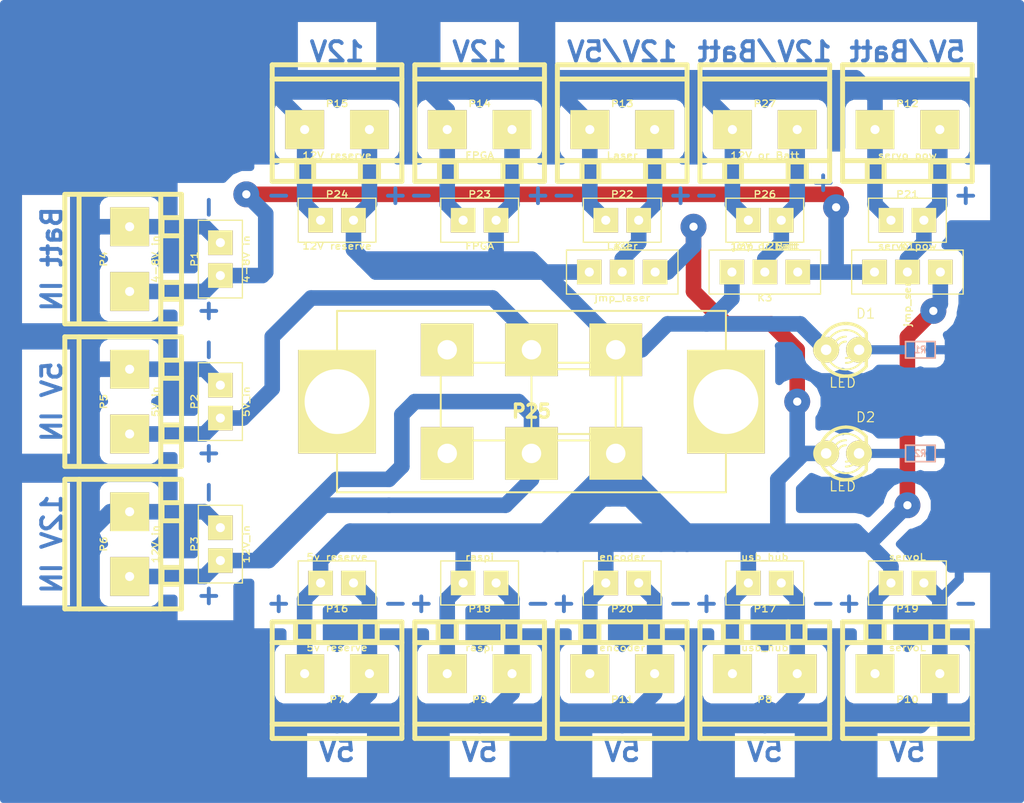
<source format=kicad_pcb>
(kicad_pcb (version 3) (host pcbnew "(2013-mar-30)-stable")

  (general
    (links 62)
    (no_connects 0)
    (area 265.85 67 345.000001 129.000001)
    (thickness 1.6)
    (drawings 38)
    (tracks 239)
    (zones 0)
    (modules 34)
    (nets 12)
  )

  (page A4)
  (layers
    (15 F.Cu signal)
    (0 B.Cu signal)
    (16 B.Adhes user)
    (17 F.Adhes user)
    (18 B.Paste user)
    (19 F.Paste user)
    (20 B.SilkS user)
    (21 F.SilkS user)
    (22 B.Mask user)
    (23 F.Mask user)
    (24 Dwgs.User user)
    (25 Cmts.User user)
    (26 Eco1.User user)
    (27 Eco2.User user)
    (28 Edge.Cuts user)
  )

  (setup
    (last_trace_width 1.2)
    (trace_clearance 0.254)
    (zone_clearance 0.8)
    (zone_45_only no)
    (trace_min 0.254)
    (segment_width 0.2)
    (edge_width 0.1)
    (via_size 2)
    (via_drill 0.635)
    (via_min_size 0.889)
    (via_min_drill 0.508)
    (uvia_size 0.508)
    (uvia_drill 0.127)
    (uvias_allowed no)
    (uvia_min_size 0.508)
    (uvia_min_drill 0.127)
    (pcb_text_width 0.3)
    (pcb_text_size 1.5 1.5)
    (mod_edge_width 0.15)
    (mod_text_size 1 1)
    (mod_text_width 0.15)
    (pad_size 1.5 1.5)
    (pad_drill 0.6)
    (pad_to_mask_clearance 0)
    (aux_axis_origin 0 0)
    (visible_elements FFFFFFBF)
    (pcbplotparams
      (layerselection 1)
      (usegerberextensions false)
      (excludeedgelayer true)
      (linewidth 152400)
      (plotframeref false)
      (viasonmask false)
      (mode 1)
      (useauxorigin false)
      (hpglpennumber 1)
      (hpglpenspeed 20)
      (hpglpendiameter 15)
      (hpglpenoverlay 2)
      (psnegative false)
      (psa4output true)
      (plotreference true)
      (plotvalue true)
      (plotothertext true)
      (plotinvisibletext false)
      (padsonsilk false)
      (subtractmaskfromsilk false)
      (outputformat 2)
      (mirror true)
      (drillshape 1)
      (scaleselection 1)
      (outputdirectory ""))
  )

  (net 0 "")
  (net 1 +12V)
  (net 2 +5V)
  (net 3 +BATT)
  (net 4 GND)
  (net 5 N-0000010)
  (net 6 N-0000011)
  (net 7 N-0000012)
  (net 8 N-0000013)
  (net 9 N-000002)
  (net 10 N-000003)
  (net 11 N-000004)

  (net_class Default "This is the default net class."
    (clearance 0.254)
    (trace_width 1.2)
    (via_dia 2)
    (via_drill 0.635)
    (uvia_dia 0.508)
    (uvia_drill 0.127)
    (add_net "")
    (add_net +12V)
    (add_net +5V)
    (add_net +BATT)
    (add_net GND)
    (add_net N-0000010)
    (add_net N-0000011)
    (add_net N-0000012)
    (add_net N-0000013)
    (add_net N-000002)
    (add_net N-000003)
    (add_net N-000004)
  )

  (module SwitchBig (layer F.Cu) (tedit 51A9F5C4) (tstamp 51AA04B4)
    (at 80.94 73.87 180)
    (tags Switch)
    (path /51A9FFE7)
    (fp_text reference P25 (at 0 -0.75 180) (layer F.SilkS)
      (effects (font (size 1.016 1.016) (thickness 0.254)))
    )
    (fp_text value switch (at 0.25 1 180) (layer F.SilkS) hide
      (effects (font (size 1.016 1.016) (thickness 0.254)))
    )
    (fp_line (start -6.5 -2.5) (end 0 -2.5) (layer F.SilkS) (width 0.15))
    (fp_line (start 0 -2.5) (end 0 2.5) (layer F.SilkS) (width 0.15))
    (fp_line (start 0 2.5) (end -6.5 2.5) (layer F.SilkS) (width 0.15))
    (fp_line (start -6.5 2.5) (end -6.5 -2.5) (layer F.SilkS) (width 0.15))
    (fp_line (start 7 -3) (end -7 -3) (layer F.SilkS) (width 0.15))
    (fp_line (start -7 -3) (end -7 3) (layer F.SilkS) (width 0.15))
    (fp_line (start -7 3) (end 7 3) (layer F.SilkS) (width 0.15))
    (fp_line (start 7 3) (end 7 -3) (layer F.SilkS) (width 0.15))
    (fp_line (start -15 -7) (end 15 -7) (layer F.SilkS) (width 0.15))
    (fp_line (start 15 -7) (end 15 7) (layer F.SilkS) (width 0.15))
    (fp_line (start 15 7) (end -15 7) (layer F.SilkS) (width 0.15))
    (fp_line (start -15 7) (end -15 -7) (layer F.SilkS) (width 0.15))
    (pad 3 thru_hole rect (at 0 4 180) (size 4.064 4.064) (drill 1.5)
      (layers *.Cu *.Mask F.SilkS)
      (net 9 N-000002)
    )
    (pad 4 thru_hole rect (at 0 -4 180) (size 4.064 4.064) (drill 1.5)
      (layers *.Cu *.Mask F.SilkS)
      (net 10 N-000003)
    )
    (pad 2 thru_hole rect (at -6.5 -4 180) (size 4.064 4.064) (drill 1.5)
      (layers *.Cu *.Mask F.SilkS)
      (net 2 +5V)
    )
    (pad 1 thru_hole rect (at -6.5 4 180) (size 4.064 4.064) (drill 1.5)
      (layers *.Cu *.Mask F.SilkS)
      (net 1 +12V)
    )
    (pad 5 thru_hole rect (at 6.5 4 180) (size 4.064 4.064) (drill 1.5)
      (layers *.Cu *.Mask F.SilkS)
    )
    (pad 6 thru_hole rect (at 6.5 -4 180) (size 4.064 4.064) (drill 1.5)
      (layers *.Cu *.Mask F.SilkS)
    )
    (pad "" thru_hole rect (at 15 0 180) (size 6 8) (drill 5)
      (layers *.Cu *.Mask F.SilkS)
    )
    (pad "" thru_hole rect (at -15 0 180) (size 6 8) (drill 5)
      (layers *.Cu *.Mask F.SilkS)
    )
  )

  (module SM0603 (layer B.Cu) (tedit 4E43A3D1) (tstamp 51AA049B)
    (at 110.94 69.87)
    (path /51A9EA88)
    (attr smd)
    (fp_text reference R1 (at 0 0) (layer B.SilkS)
      (effects (font (size 0.508 0.4572) (thickness 0.1143)) (justify mirror))
    )
    (fp_text value R (at 0 0) (layer B.SilkS) hide
      (effects (font (size 0.508 0.4572) (thickness 0.1143)) (justify mirror))
    )
    (fp_line (start -1.143 0.635) (end 1.143 0.635) (layer B.SilkS) (width 0.127))
    (fp_line (start 1.143 0.635) (end 1.143 -0.635) (layer B.SilkS) (width 0.127))
    (fp_line (start 1.143 -0.635) (end -1.143 -0.635) (layer B.SilkS) (width 0.127))
    (fp_line (start -1.143 -0.635) (end -1.143 0.635) (layer B.SilkS) (width 0.127))
    (pad 1 smd rect (at -0.762 0) (size 0.635 1.143)
      (layers B.Cu B.Paste B.Mask)
      (net 6 N-0000011)
    )
    (pad 2 smd rect (at 0.762 0) (size 0.635 1.143)
      (layers B.Cu B.Paste B.Mask)
      (net 4 GND)
    )
    (model smd\resistors\R0603.wrl
      (at (xyz 0 0 0.001))
      (scale (xyz 0.5 0.5 0.5))
      (rotate (xyz 0 0 0))
    )
  )

  (module SM0603 (layer B.Cu) (tedit 4E43A3D1) (tstamp 51AA0490)
    (at 110.94 77.87)
    (path /51A9EA95)
    (attr smd)
    (fp_text reference R2 (at 0 0) (layer B.SilkS)
      (effects (font (size 0.508 0.4572) (thickness 0.1143)) (justify mirror))
    )
    (fp_text value R (at 0 0) (layer B.SilkS) hide
      (effects (font (size 0.508 0.4572) (thickness 0.1143)) (justify mirror))
    )
    (fp_line (start -1.143 0.635) (end 1.143 0.635) (layer B.SilkS) (width 0.127))
    (fp_line (start 1.143 0.635) (end 1.143 -0.635) (layer B.SilkS) (width 0.127))
    (fp_line (start 1.143 -0.635) (end -1.143 -0.635) (layer B.SilkS) (width 0.127))
    (fp_line (start -1.143 -0.635) (end -1.143 0.635) (layer B.SilkS) (width 0.127))
    (pad 1 smd rect (at -0.762 0) (size 0.635 1.143)
      (layers B.Cu B.Paste B.Mask)
      (net 5 N-0000010)
    )
    (pad 2 smd rect (at 0.762 0) (size 0.635 1.143)
      (layers B.Cu B.Paste B.Mask)
      (net 4 GND)
    )
    (model smd\resistors\R0603.wrl
      (at (xyz 0 0 0.001))
      (scale (xyz 0.5 0.5 0.5))
      (rotate (xyz 0 0 0))
    )
  )

  (module PinArray2_big (layer F.Cu) (tedit 4E033F82) (tstamp 51AA047A)
    (at 65.94 59.87)
    (path /51A9EF0C)
    (fp_text reference P24 (at 0 -1.99898) (layer F.SilkS)
      (effects (font (size 0.50038 0.59944) (thickness 0.09906)))
    )
    (fp_text value "12V reserve" (at 0 1.99898) (layer F.SilkS)
      (effects (font (size 0.50038 0.59944) (thickness 0.09906)))
    )
    (fp_line (start -2.99974 -1.69926) (end 2.99974 -1.69926) (layer F.SilkS) (width 0.09906))
    (fp_line (start 2.99974 -1.69926) (end 2.99974 1.69926) (layer F.SilkS) (width 0.09906))
    (fp_line (start 2.99974 1.69926) (end -2.99974 1.69926) (layer F.SilkS) (width 0.09906))
    (fp_line (start -2.99974 1.69926) (end -2.99974 -1.69926) (layer F.SilkS) (width 0.09906))
    (pad 1 thru_hole rect (at 1.27 0) (size 1.89992 1.89992) (drill 0.70104)
      (layers *.Cu *.Mask F.SilkS)
      (net 1 +12V)
    )
    (pad 2 thru_hole rect (at -1.27 0) (size 1.89992 1.89992) (drill 0.70104)
      (layers *.Cu *.Mask F.SilkS)
      (net 4 GND)
    )
  )

  (module PinArray2_big (layer F.Cu) (tedit 4E033F82) (tstamp 51AA046F)
    (at 76.94 59.87)
    (path /51A9EF06)
    (fp_text reference P23 (at 0 -1.99898) (layer F.SilkS)
      (effects (font (size 0.50038 0.59944) (thickness 0.09906)))
    )
    (fp_text value FPGA (at 0 1.99898) (layer F.SilkS)
      (effects (font (size 0.50038 0.59944) (thickness 0.09906)))
    )
    (fp_line (start -2.99974 -1.69926) (end 2.99974 -1.69926) (layer F.SilkS) (width 0.09906))
    (fp_line (start 2.99974 -1.69926) (end 2.99974 1.69926) (layer F.SilkS) (width 0.09906))
    (fp_line (start 2.99974 1.69926) (end -2.99974 1.69926) (layer F.SilkS) (width 0.09906))
    (fp_line (start -2.99974 1.69926) (end -2.99974 -1.69926) (layer F.SilkS) (width 0.09906))
    (pad 1 thru_hole rect (at 1.27 0) (size 1.89992 1.89992) (drill 0.70104)
      (layers *.Cu *.Mask F.SilkS)
      (net 1 +12V)
    )
    (pad 2 thru_hole rect (at -1.27 0) (size 1.89992 1.89992) (drill 0.70104)
      (layers *.Cu *.Mask F.SilkS)
      (net 4 GND)
    )
  )

  (module PinArray2_big (layer F.Cu) (tedit 4E033F82) (tstamp 51AA0464)
    (at 87.94 59.87)
    (path /51A9EF00)
    (fp_text reference P22 (at 0 -1.99898) (layer F.SilkS)
      (effects (font (size 0.50038 0.59944) (thickness 0.09906)))
    )
    (fp_text value Laser (at 0 1.99898) (layer F.SilkS)
      (effects (font (size 0.50038 0.59944) (thickness 0.09906)))
    )
    (fp_line (start -2.99974 -1.69926) (end 2.99974 -1.69926) (layer F.SilkS) (width 0.09906))
    (fp_line (start 2.99974 -1.69926) (end 2.99974 1.69926) (layer F.SilkS) (width 0.09906))
    (fp_line (start 2.99974 1.69926) (end -2.99974 1.69926) (layer F.SilkS) (width 0.09906))
    (fp_line (start -2.99974 1.69926) (end -2.99974 -1.69926) (layer F.SilkS) (width 0.09906))
    (pad 1 thru_hole rect (at 1.27 0) (size 1.89992 1.89992) (drill 0.70104)
      (layers *.Cu *.Mask F.SilkS)
      (net 7 N-0000012)
    )
    (pad 2 thru_hole rect (at -1.27 0) (size 1.89992 1.89992) (drill 0.70104)
      (layers *.Cu *.Mask F.SilkS)
      (net 4 GND)
    )
  )

  (module PinArray2_big (layer F.Cu) (tedit 4E033F82) (tstamp 51AA0459)
    (at 109.94 59.87)
    (path /51A9EEFA)
    (fp_text reference P21 (at 0 -1.99898) (layer F.SilkS)
      (effects (font (size 0.50038 0.59944) (thickness 0.09906)))
    )
    (fp_text value servo_pow (at 0 1.99898) (layer F.SilkS)
      (effects (font (size 0.50038 0.59944) (thickness 0.09906)))
    )
    (fp_line (start -2.99974 -1.69926) (end 2.99974 -1.69926) (layer F.SilkS) (width 0.09906))
    (fp_line (start 2.99974 -1.69926) (end 2.99974 1.69926) (layer F.SilkS) (width 0.09906))
    (fp_line (start 2.99974 1.69926) (end -2.99974 1.69926) (layer F.SilkS) (width 0.09906))
    (fp_line (start -2.99974 1.69926) (end -2.99974 -1.69926) (layer F.SilkS) (width 0.09906))
    (pad 1 thru_hole rect (at 1.27 0) (size 1.89992 1.89992) (drill 0.70104)
      (layers *.Cu *.Mask F.SilkS)
      (net 8 N-0000013)
    )
    (pad 2 thru_hole rect (at -1.27 0) (size 1.89992 1.89992) (drill 0.70104)
      (layers *.Cu *.Mask F.SilkS)
      (net 4 GND)
    )
  )

  (module PinArray2_big (layer F.Cu) (tedit 4E033F82) (tstamp 51AA044E)
    (at 87.94 87.87 180)
    (path /51A9EEF4)
    (fp_text reference P20 (at 0 -1.99898 180) (layer F.SilkS)
      (effects (font (size 0.50038 0.59944) (thickness 0.09906)))
    )
    (fp_text value encoder (at 0 1.99898 180) (layer F.SilkS)
      (effects (font (size 0.50038 0.59944) (thickness 0.09906)))
    )
    (fp_line (start -2.99974 -1.69926) (end 2.99974 -1.69926) (layer F.SilkS) (width 0.09906))
    (fp_line (start 2.99974 -1.69926) (end 2.99974 1.69926) (layer F.SilkS) (width 0.09906))
    (fp_line (start 2.99974 1.69926) (end -2.99974 1.69926) (layer F.SilkS) (width 0.09906))
    (fp_line (start -2.99974 1.69926) (end -2.99974 -1.69926) (layer F.SilkS) (width 0.09906))
    (pad 1 thru_hole rect (at 1.27 0 180) (size 1.89992 1.89992) (drill 0.70104)
      (layers *.Cu *.Mask F.SilkS)
      (net 2 +5V)
    )
    (pad 2 thru_hole rect (at -1.27 0 180) (size 1.89992 1.89992) (drill 0.70104)
      (layers *.Cu *.Mask F.SilkS)
      (net 4 GND)
    )
  )

  (module PinArray2_big (layer F.Cu) (tedit 4E033F82) (tstamp 51AA0443)
    (at 109.94 87.87 180)
    (path /51A9EEEE)
    (fp_text reference P19 (at 0 -1.99898 180) (layer F.SilkS)
      (effects (font (size 0.50038 0.59944) (thickness 0.09906)))
    )
    (fp_text value servoL (at 0 1.99898 180) (layer F.SilkS)
      (effects (font (size 0.50038 0.59944) (thickness 0.09906)))
    )
    (fp_line (start -2.99974 -1.69926) (end 2.99974 -1.69926) (layer F.SilkS) (width 0.09906))
    (fp_line (start 2.99974 -1.69926) (end 2.99974 1.69926) (layer F.SilkS) (width 0.09906))
    (fp_line (start 2.99974 1.69926) (end -2.99974 1.69926) (layer F.SilkS) (width 0.09906))
    (fp_line (start -2.99974 1.69926) (end -2.99974 -1.69926) (layer F.SilkS) (width 0.09906))
    (pad 1 thru_hole rect (at 1.27 0 180) (size 1.89992 1.89992) (drill 0.70104)
      (layers *.Cu *.Mask F.SilkS)
      (net 2 +5V)
    )
    (pad 2 thru_hole rect (at -1.27 0 180) (size 1.89992 1.89992) (drill 0.70104)
      (layers *.Cu *.Mask F.SilkS)
      (net 4 GND)
    )
  )

  (module PinArray2_big (layer F.Cu) (tedit 4E033F82) (tstamp 51AA0438)
    (at 76.94 87.87 180)
    (path /51A9EEE8)
    (fp_text reference P18 (at 0 -1.99898 180) (layer F.SilkS)
      (effects (font (size 0.50038 0.59944) (thickness 0.09906)))
    )
    (fp_text value raspi (at 0 1.99898 180) (layer F.SilkS)
      (effects (font (size 0.50038 0.59944) (thickness 0.09906)))
    )
    (fp_line (start -2.99974 -1.69926) (end 2.99974 -1.69926) (layer F.SilkS) (width 0.09906))
    (fp_line (start 2.99974 -1.69926) (end 2.99974 1.69926) (layer F.SilkS) (width 0.09906))
    (fp_line (start 2.99974 1.69926) (end -2.99974 1.69926) (layer F.SilkS) (width 0.09906))
    (fp_line (start -2.99974 1.69926) (end -2.99974 -1.69926) (layer F.SilkS) (width 0.09906))
    (pad 1 thru_hole rect (at 1.27 0 180) (size 1.89992 1.89992) (drill 0.70104)
      (layers *.Cu *.Mask F.SilkS)
      (net 2 +5V)
    )
    (pad 2 thru_hole rect (at -1.27 0 180) (size 1.89992 1.89992) (drill 0.70104)
      (layers *.Cu *.Mask F.SilkS)
      (net 4 GND)
    )
  )

  (module PinArray2_big (layer F.Cu) (tedit 4E033F82) (tstamp 51AA042D)
    (at 98.94 87.87 180)
    (path /51A9EEE2)
    (fp_text reference P17 (at 0 -1.99898 180) (layer F.SilkS)
      (effects (font (size 0.50038 0.59944) (thickness 0.09906)))
    )
    (fp_text value usb_hub (at 0 1.99898 180) (layer F.SilkS)
      (effects (font (size 0.50038 0.59944) (thickness 0.09906)))
    )
    (fp_line (start -2.99974 -1.69926) (end 2.99974 -1.69926) (layer F.SilkS) (width 0.09906))
    (fp_line (start 2.99974 -1.69926) (end 2.99974 1.69926) (layer F.SilkS) (width 0.09906))
    (fp_line (start 2.99974 1.69926) (end -2.99974 1.69926) (layer F.SilkS) (width 0.09906))
    (fp_line (start -2.99974 1.69926) (end -2.99974 -1.69926) (layer F.SilkS) (width 0.09906))
    (pad 1 thru_hole rect (at 1.27 0 180) (size 1.89992 1.89992) (drill 0.70104)
      (layers *.Cu *.Mask F.SilkS)
      (net 2 +5V)
    )
    (pad 2 thru_hole rect (at -1.27 0 180) (size 1.89992 1.89992) (drill 0.70104)
      (layers *.Cu *.Mask F.SilkS)
      (net 4 GND)
    )
  )

  (module PinArray2_big (layer F.Cu) (tedit 4E033F82) (tstamp 51AA0422)
    (at 65.94 87.87 180)
    (path /51A9EEDC)
    (fp_text reference P16 (at 0 -1.99898 180) (layer F.SilkS)
      (effects (font (size 0.50038 0.59944) (thickness 0.09906)))
    )
    (fp_text value "5v reserve" (at 0 1.99898 180) (layer F.SilkS)
      (effects (font (size 0.50038 0.59944) (thickness 0.09906)))
    )
    (fp_line (start -2.99974 -1.69926) (end 2.99974 -1.69926) (layer F.SilkS) (width 0.09906))
    (fp_line (start 2.99974 -1.69926) (end 2.99974 1.69926) (layer F.SilkS) (width 0.09906))
    (fp_line (start 2.99974 1.69926) (end -2.99974 1.69926) (layer F.SilkS) (width 0.09906))
    (fp_line (start -2.99974 1.69926) (end -2.99974 -1.69926) (layer F.SilkS) (width 0.09906))
    (pad 1 thru_hole rect (at 1.27 0 180) (size 1.89992 1.89992) (drill 0.70104)
      (layers *.Cu *.Mask F.SilkS)
      (net 2 +5V)
    )
    (pad 2 thru_hole rect (at -1.27 0 180) (size 1.89992 1.89992) (drill 0.70104)
      (layers *.Cu *.Mask F.SilkS)
      (net 4 GND)
    )
  )

  (module PinArray2_big (layer F.Cu) (tedit 4E033F82) (tstamp 51AA0417)
    (at 56.94 62.87 90)
    (path /51A9EED6)
    (fp_text reference P1 (at 0 -1.99898 90) (layer F.SilkS)
      (effects (font (size 0.50038 0.59944) (thickness 0.09906)))
    )
    (fp_text value "4-8V in" (at 0 1.99898 90) (layer F.SilkS)
      (effects (font (size 0.50038 0.59944) (thickness 0.09906)))
    )
    (fp_line (start -2.99974 -1.69926) (end 2.99974 -1.69926) (layer F.SilkS) (width 0.09906))
    (fp_line (start 2.99974 -1.69926) (end 2.99974 1.69926) (layer F.SilkS) (width 0.09906))
    (fp_line (start 2.99974 1.69926) (end -2.99974 1.69926) (layer F.SilkS) (width 0.09906))
    (fp_line (start -2.99974 1.69926) (end -2.99974 -1.69926) (layer F.SilkS) (width 0.09906))
    (pad 1 thru_hole rect (at 1.27 0 90) (size 1.89992 1.89992) (drill 0.70104)
      (layers *.Cu *.Mask F.SilkS)
      (net 4 GND)
    )
    (pad 2 thru_hole rect (at -1.27 0 90) (size 1.89992 1.89992) (drill 0.70104)
      (layers *.Cu *.Mask F.SilkS)
      (net 3 +BATT)
    )
  )

  (module PinArray2_big (layer F.Cu) (tedit 4E033F82) (tstamp 51AA040C)
    (at 56.94 84.87 90)
    (path /51A9EED0)
    (fp_text reference P3 (at 0 -1.99898 90) (layer F.SilkS)
      (effects (font (size 0.50038 0.59944) (thickness 0.09906)))
    )
    (fp_text value 12V_in (at 0 1.99898 90) (layer F.SilkS)
      (effects (font (size 0.50038 0.59944) (thickness 0.09906)))
    )
    (fp_line (start -2.99974 -1.69926) (end 2.99974 -1.69926) (layer F.SilkS) (width 0.09906))
    (fp_line (start 2.99974 -1.69926) (end 2.99974 1.69926) (layer F.SilkS) (width 0.09906))
    (fp_line (start 2.99974 1.69926) (end -2.99974 1.69926) (layer F.SilkS) (width 0.09906))
    (fp_line (start -2.99974 1.69926) (end -2.99974 -1.69926) (layer F.SilkS) (width 0.09906))
    (pad 1 thru_hole rect (at 1.27 0 90) (size 1.89992 1.89992) (drill 0.70104)
      (layers *.Cu *.Mask F.SilkS)
      (net 4 GND)
    )
    (pad 2 thru_hole rect (at -1.27 0 90) (size 1.89992 1.89992) (drill 0.70104)
      (layers *.Cu *.Mask F.SilkS)
      (net 10 N-000003)
    )
  )

  (module PinArray2_big (layer F.Cu) (tedit 4E033F82) (tstamp 51AA0401)
    (at 56.94 73.87 90)
    (path /51A9EECA)
    (fp_text reference P2 (at 0 -1.99898 90) (layer F.SilkS)
      (effects (font (size 0.50038 0.59944) (thickness 0.09906)))
    )
    (fp_text value 5V_in (at 0 1.99898 90) (layer F.SilkS)
      (effects (font (size 0.50038 0.59944) (thickness 0.09906)))
    )
    (fp_line (start -2.99974 -1.69926) (end 2.99974 -1.69926) (layer F.SilkS) (width 0.09906))
    (fp_line (start 2.99974 -1.69926) (end 2.99974 1.69926) (layer F.SilkS) (width 0.09906))
    (fp_line (start 2.99974 1.69926) (end -2.99974 1.69926) (layer F.SilkS) (width 0.09906))
    (fp_line (start -2.99974 1.69926) (end -2.99974 -1.69926) (layer F.SilkS) (width 0.09906))
    (pad 1 thru_hole rect (at 1.27 0 90) (size 1.89992 1.89992) (drill 0.70104)
      (layers *.Cu *.Mask F.SilkS)
      (net 4 GND)
    )
    (pad 2 thru_hole rect (at -1.27 0 90) (size 1.89992 1.89992) (drill 0.70104)
      (layers *.Cu *.Mask F.SilkS)
      (net 9 N-000002)
    )
  )

  (module LeiterplattenKlemme2_5RM (layer F.Cu) (tedit 50DEDB2F) (tstamp 51AA03F6)
    (at 49.94 73.87 90)
    (path /51A9E625)
    (fp_text reference P5 (at 0 -1.99898 90) (layer F.SilkS)
      (effects (font (size 0.50038 0.59944) (thickness 0.09906)))
    )
    (fp_text value 5V_in (at 0 1.99898 90) (layer F.SilkS)
      (effects (font (size 0.50038 0.59944) (thickness 0.09906)))
    )
    (fp_line (start -5.00126 -3.8989) (end 5.00126 -3.8989) (layer F.SilkS) (width 0.381))
    (fp_line (start -5.00126 2.4003) (end 5.00126 2.4003) (layer F.SilkS) (width 0.381))
    (fp_line (start 1.80086 4.0005) (end 1.80086 2.49936) (layer F.SilkS) (width 0.381))
    (fp_line (start 1.80086 2.49936) (end 3.2004 2.49936) (layer F.SilkS) (width 0.381))
    (fp_line (start 3.2004 2.49936) (end 3.2004 4.0005) (layer F.SilkS) (width 0.381))
    (fp_line (start -3.0988 4.0005) (end -3.0988 2.49936) (layer F.SilkS) (width 0.381))
    (fp_line (start -3.0988 2.49936) (end -1.80086 2.49936) (layer F.SilkS) (width 0.381))
    (fp_line (start -1.80086 2.49936) (end -1.80086 4.0005) (layer F.SilkS) (width 0.381))
    (fp_line (start -5.00126 4.0005) (end 5.00126 4.0005) (layer F.SilkS) (width 0.381))
    (fp_line (start 5.00126 4.0005) (end 5.00126 -5.00126) (layer F.SilkS) (width 0.381))
    (fp_line (start 5.00126 -5.00126) (end -5.00126 -5.00126) (layer F.SilkS) (width 0.381))
    (fp_line (start -5.00126 -5.00126) (end -5.00126 4.0005) (layer F.SilkS) (width 0.381))
    (pad 1 thru_hole rect (at 2.49936 0 90) (size 2.99974 2.99974) (drill 0.70104)
      (layers *.Cu *.Mask F.SilkS)
      (net 4 GND)
    )
    (pad 2 thru_hole rect (at -2.49936 0 90) (size 2.99974 2.99974) (drill 0.70104)
      (layers *.Cu *.Mask F.SilkS)
      (net 9 N-000002)
    )
  )

  (module LeiterplattenKlemme2_5RM (layer F.Cu) (tedit 50DEDB2F) (tstamp 51AA03E3)
    (at 65.94 94.87 180)
    (path /51A9ED3B)
    (fp_text reference P7 (at 0 -1.99898 180) (layer F.SilkS)
      (effects (font (size 0.50038 0.59944) (thickness 0.09906)))
    )
    (fp_text value "5v reserve" (at 0 1.99898 180) (layer F.SilkS)
      (effects (font (size 0.50038 0.59944) (thickness 0.09906)))
    )
    (fp_line (start -5.00126 -3.8989) (end 5.00126 -3.8989) (layer F.SilkS) (width 0.381))
    (fp_line (start -5.00126 2.4003) (end 5.00126 2.4003) (layer F.SilkS) (width 0.381))
    (fp_line (start 1.80086 4.0005) (end 1.80086 2.49936) (layer F.SilkS) (width 0.381))
    (fp_line (start 1.80086 2.49936) (end 3.2004 2.49936) (layer F.SilkS) (width 0.381))
    (fp_line (start 3.2004 2.49936) (end 3.2004 4.0005) (layer F.SilkS) (width 0.381))
    (fp_line (start -3.0988 4.0005) (end -3.0988 2.49936) (layer F.SilkS) (width 0.381))
    (fp_line (start -3.0988 2.49936) (end -1.80086 2.49936) (layer F.SilkS) (width 0.381))
    (fp_line (start -1.80086 2.49936) (end -1.80086 4.0005) (layer F.SilkS) (width 0.381))
    (fp_line (start -5.00126 4.0005) (end 5.00126 4.0005) (layer F.SilkS) (width 0.381))
    (fp_line (start 5.00126 4.0005) (end 5.00126 -5.00126) (layer F.SilkS) (width 0.381))
    (fp_line (start 5.00126 -5.00126) (end -5.00126 -5.00126) (layer F.SilkS) (width 0.381))
    (fp_line (start -5.00126 -5.00126) (end -5.00126 4.0005) (layer F.SilkS) (width 0.381))
    (pad 1 thru_hole rect (at 2.49936 0 180) (size 2.99974 2.99974) (drill 0.70104)
      (layers *.Cu *.Mask F.SilkS)
      (net 2 +5V)
    )
    (pad 2 thru_hole rect (at -2.49936 0 180) (size 2.99974 2.99974) (drill 0.70104)
      (layers *.Cu *.Mask F.SilkS)
      (net 4 GND)
    )
  )

  (module LeiterplattenKlemme2_5RM (layer F.Cu) (tedit 50DEDB2F) (tstamp 51AA03D0)
    (at 98.94 94.87 180)
    (path /51A9E8A1)
    (fp_text reference P8 (at 0 -1.99898 180) (layer F.SilkS)
      (effects (font (size 0.50038 0.59944) (thickness 0.09906)))
    )
    (fp_text value usb_hub (at 0 1.99898 180) (layer F.SilkS)
      (effects (font (size 0.50038 0.59944) (thickness 0.09906)))
    )
    (fp_line (start -5.00126 -3.8989) (end 5.00126 -3.8989) (layer F.SilkS) (width 0.381))
    (fp_line (start -5.00126 2.4003) (end 5.00126 2.4003) (layer F.SilkS) (width 0.381))
    (fp_line (start 1.80086 4.0005) (end 1.80086 2.49936) (layer F.SilkS) (width 0.381))
    (fp_line (start 1.80086 2.49936) (end 3.2004 2.49936) (layer F.SilkS) (width 0.381))
    (fp_line (start 3.2004 2.49936) (end 3.2004 4.0005) (layer F.SilkS) (width 0.381))
    (fp_line (start -3.0988 4.0005) (end -3.0988 2.49936) (layer F.SilkS) (width 0.381))
    (fp_line (start -3.0988 2.49936) (end -1.80086 2.49936) (layer F.SilkS) (width 0.381))
    (fp_line (start -1.80086 2.49936) (end -1.80086 4.0005) (layer F.SilkS) (width 0.381))
    (fp_line (start -5.00126 4.0005) (end 5.00126 4.0005) (layer F.SilkS) (width 0.381))
    (fp_line (start 5.00126 4.0005) (end 5.00126 -5.00126) (layer F.SilkS) (width 0.381))
    (fp_line (start 5.00126 -5.00126) (end -5.00126 -5.00126) (layer F.SilkS) (width 0.381))
    (fp_line (start -5.00126 -5.00126) (end -5.00126 4.0005) (layer F.SilkS) (width 0.381))
    (pad 1 thru_hole rect (at 2.49936 0 180) (size 2.99974 2.99974) (drill 0.70104)
      (layers *.Cu *.Mask F.SilkS)
      (net 2 +5V)
    )
    (pad 2 thru_hole rect (at -2.49936 0 180) (size 2.99974 2.99974) (drill 0.70104)
      (layers *.Cu *.Mask F.SilkS)
      (net 4 GND)
    )
  )

  (module LeiterplattenKlemme2_5RM (layer F.Cu) (tedit 50DEDB2F) (tstamp 51AA03BD)
    (at 87.94 52.87)
    (path /51A9E7ED)
    (fp_text reference P13 (at 0 -1.99898) (layer F.SilkS)
      (effects (font (size 0.50038 0.59944) (thickness 0.09906)))
    )
    (fp_text value Laser (at 0 1.99898) (layer F.SilkS)
      (effects (font (size 0.50038 0.59944) (thickness 0.09906)))
    )
    (fp_line (start -5.00126 -3.8989) (end 5.00126 -3.8989) (layer F.SilkS) (width 0.381))
    (fp_line (start -5.00126 2.4003) (end 5.00126 2.4003) (layer F.SilkS) (width 0.381))
    (fp_line (start 1.80086 4.0005) (end 1.80086 2.49936) (layer F.SilkS) (width 0.381))
    (fp_line (start 1.80086 2.49936) (end 3.2004 2.49936) (layer F.SilkS) (width 0.381))
    (fp_line (start 3.2004 2.49936) (end 3.2004 4.0005) (layer F.SilkS) (width 0.381))
    (fp_line (start -3.0988 4.0005) (end -3.0988 2.49936) (layer F.SilkS) (width 0.381))
    (fp_line (start -3.0988 2.49936) (end -1.80086 2.49936) (layer F.SilkS) (width 0.381))
    (fp_line (start -1.80086 2.49936) (end -1.80086 4.0005) (layer F.SilkS) (width 0.381))
    (fp_line (start -5.00126 4.0005) (end 5.00126 4.0005) (layer F.SilkS) (width 0.381))
    (fp_line (start 5.00126 4.0005) (end 5.00126 -5.00126) (layer F.SilkS) (width 0.381))
    (fp_line (start 5.00126 -5.00126) (end -5.00126 -5.00126) (layer F.SilkS) (width 0.381))
    (fp_line (start -5.00126 -5.00126) (end -5.00126 4.0005) (layer F.SilkS) (width 0.381))
    (pad 1 thru_hole rect (at 2.49936 0) (size 2.99974 2.99974) (drill 0.70104)
      (layers *.Cu *.Mask F.SilkS)
      (net 7 N-0000012)
    )
    (pad 2 thru_hole rect (at -2.49936 0) (size 2.99974 2.99974) (drill 0.70104)
      (layers *.Cu *.Mask F.SilkS)
      (net 4 GND)
    )
  )

  (module LeiterplattenKlemme2_5RM (layer F.Cu) (tedit 50DEDB2F) (tstamp 51AA03AA)
    (at 49.94 62.87 90)
    (path /51A9E75B)
    (fp_text reference P4 (at 0 -1.99898 90) (layer F.SilkS)
      (effects (font (size 0.50038 0.59944) (thickness 0.09906)))
    )
    (fp_text value "4-8V in" (at 0 1.99898 90) (layer F.SilkS)
      (effects (font (size 0.50038 0.59944) (thickness 0.09906)))
    )
    (fp_line (start -5.00126 -3.8989) (end 5.00126 -3.8989) (layer F.SilkS) (width 0.381))
    (fp_line (start -5.00126 2.4003) (end 5.00126 2.4003) (layer F.SilkS) (width 0.381))
    (fp_line (start 1.80086 4.0005) (end 1.80086 2.49936) (layer F.SilkS) (width 0.381))
    (fp_line (start 1.80086 2.49936) (end 3.2004 2.49936) (layer F.SilkS) (width 0.381))
    (fp_line (start 3.2004 2.49936) (end 3.2004 4.0005) (layer F.SilkS) (width 0.381))
    (fp_line (start -3.0988 4.0005) (end -3.0988 2.49936) (layer F.SilkS) (width 0.381))
    (fp_line (start -3.0988 2.49936) (end -1.80086 2.49936) (layer F.SilkS) (width 0.381))
    (fp_line (start -1.80086 2.49936) (end -1.80086 4.0005) (layer F.SilkS) (width 0.381))
    (fp_line (start -5.00126 4.0005) (end 5.00126 4.0005) (layer F.SilkS) (width 0.381))
    (fp_line (start 5.00126 4.0005) (end 5.00126 -5.00126) (layer F.SilkS) (width 0.381))
    (fp_line (start 5.00126 -5.00126) (end -5.00126 -5.00126) (layer F.SilkS) (width 0.381))
    (fp_line (start -5.00126 -5.00126) (end -5.00126 4.0005) (layer F.SilkS) (width 0.381))
    (pad 1 thru_hole rect (at 2.49936 0 90) (size 2.99974 2.99974) (drill 0.70104)
      (layers *.Cu *.Mask F.SilkS)
      (net 4 GND)
    )
    (pad 2 thru_hole rect (at -2.49936 0 90) (size 2.99974 2.99974) (drill 0.70104)
      (layers *.Cu *.Mask F.SilkS)
      (net 3 +BATT)
    )
  )

  (module LeiterplattenKlemme2_5RM (layer F.Cu) (tedit 50DEDB2F) (tstamp 51AA0397)
    (at 76.94 52.87)
    (path /51A9E6ED)
    (fp_text reference P14 (at 0 -1.99898) (layer F.SilkS)
      (effects (font (size 0.50038 0.59944) (thickness 0.09906)))
    )
    (fp_text value FPGA (at 0 1.99898) (layer F.SilkS)
      (effects (font (size 0.50038 0.59944) (thickness 0.09906)))
    )
    (fp_line (start -5.00126 -3.8989) (end 5.00126 -3.8989) (layer F.SilkS) (width 0.381))
    (fp_line (start -5.00126 2.4003) (end 5.00126 2.4003) (layer F.SilkS) (width 0.381))
    (fp_line (start 1.80086 4.0005) (end 1.80086 2.49936) (layer F.SilkS) (width 0.381))
    (fp_line (start 1.80086 2.49936) (end 3.2004 2.49936) (layer F.SilkS) (width 0.381))
    (fp_line (start 3.2004 2.49936) (end 3.2004 4.0005) (layer F.SilkS) (width 0.381))
    (fp_line (start -3.0988 4.0005) (end -3.0988 2.49936) (layer F.SilkS) (width 0.381))
    (fp_line (start -3.0988 2.49936) (end -1.80086 2.49936) (layer F.SilkS) (width 0.381))
    (fp_line (start -1.80086 2.49936) (end -1.80086 4.0005) (layer F.SilkS) (width 0.381))
    (fp_line (start -5.00126 4.0005) (end 5.00126 4.0005) (layer F.SilkS) (width 0.381))
    (fp_line (start 5.00126 4.0005) (end 5.00126 -5.00126) (layer F.SilkS) (width 0.381))
    (fp_line (start 5.00126 -5.00126) (end -5.00126 -5.00126) (layer F.SilkS) (width 0.381))
    (fp_line (start -5.00126 -5.00126) (end -5.00126 4.0005) (layer F.SilkS) (width 0.381))
    (pad 1 thru_hole rect (at 2.49936 0) (size 2.99974 2.99974) (drill 0.70104)
      (layers *.Cu *.Mask F.SilkS)
      (net 1 +12V)
    )
    (pad 2 thru_hole rect (at -2.49936 0) (size 2.99974 2.99974) (drill 0.70104)
      (layers *.Cu *.Mask F.SilkS)
      (net 4 GND)
    )
  )

  (module LeiterplattenKlemme2_5RM (layer F.Cu) (tedit 50DEDB2F) (tstamp 51AA0384)
    (at 87.94 94.87 180)
    (path /51A9E6DD)
    (fp_text reference P11 (at 0 -1.99898 180) (layer F.SilkS)
      (effects (font (size 0.50038 0.59944) (thickness 0.09906)))
    )
    (fp_text value encoder (at 0 1.99898 180) (layer F.SilkS)
      (effects (font (size 0.50038 0.59944) (thickness 0.09906)))
    )
    (fp_line (start -5.00126 -3.8989) (end 5.00126 -3.8989) (layer F.SilkS) (width 0.381))
    (fp_line (start -5.00126 2.4003) (end 5.00126 2.4003) (layer F.SilkS) (width 0.381))
    (fp_line (start 1.80086 4.0005) (end 1.80086 2.49936) (layer F.SilkS) (width 0.381))
    (fp_line (start 1.80086 2.49936) (end 3.2004 2.49936) (layer F.SilkS) (width 0.381))
    (fp_line (start 3.2004 2.49936) (end 3.2004 4.0005) (layer F.SilkS) (width 0.381))
    (fp_line (start -3.0988 4.0005) (end -3.0988 2.49936) (layer F.SilkS) (width 0.381))
    (fp_line (start -3.0988 2.49936) (end -1.80086 2.49936) (layer F.SilkS) (width 0.381))
    (fp_line (start -1.80086 2.49936) (end -1.80086 4.0005) (layer F.SilkS) (width 0.381))
    (fp_line (start -5.00126 4.0005) (end 5.00126 4.0005) (layer F.SilkS) (width 0.381))
    (fp_line (start 5.00126 4.0005) (end 5.00126 -5.00126) (layer F.SilkS) (width 0.381))
    (fp_line (start 5.00126 -5.00126) (end -5.00126 -5.00126) (layer F.SilkS) (width 0.381))
    (fp_line (start -5.00126 -5.00126) (end -5.00126 4.0005) (layer F.SilkS) (width 0.381))
    (pad 1 thru_hole rect (at 2.49936 0 180) (size 2.99974 2.99974) (drill 0.70104)
      (layers *.Cu *.Mask F.SilkS)
      (net 2 +5V)
    )
    (pad 2 thru_hole rect (at -2.49936 0 180) (size 2.99974 2.99974) (drill 0.70104)
      (layers *.Cu *.Mask F.SilkS)
      (net 4 GND)
    )
  )

  (module LeiterplattenKlemme2_5RM (layer F.Cu) (tedit 50DEDB2F) (tstamp 51AA0371)
    (at 109.94 52.87)
    (path /51A9E6CD)
    (fp_text reference P12 (at 0 -1.99898) (layer F.SilkS)
      (effects (font (size 0.50038 0.59944) (thickness 0.09906)))
    )
    (fp_text value servo_pow (at 0 1.99898) (layer F.SilkS)
      (effects (font (size 0.50038 0.59944) (thickness 0.09906)))
    )
    (fp_line (start -5.00126 -3.8989) (end 5.00126 -3.8989) (layer F.SilkS) (width 0.381))
    (fp_line (start -5.00126 2.4003) (end 5.00126 2.4003) (layer F.SilkS) (width 0.381))
    (fp_line (start 1.80086 4.0005) (end 1.80086 2.49936) (layer F.SilkS) (width 0.381))
    (fp_line (start 1.80086 2.49936) (end 3.2004 2.49936) (layer F.SilkS) (width 0.381))
    (fp_line (start 3.2004 2.49936) (end 3.2004 4.0005) (layer F.SilkS) (width 0.381))
    (fp_line (start -3.0988 4.0005) (end -3.0988 2.49936) (layer F.SilkS) (width 0.381))
    (fp_line (start -3.0988 2.49936) (end -1.80086 2.49936) (layer F.SilkS) (width 0.381))
    (fp_line (start -1.80086 2.49936) (end -1.80086 4.0005) (layer F.SilkS) (width 0.381))
    (fp_line (start -5.00126 4.0005) (end 5.00126 4.0005) (layer F.SilkS) (width 0.381))
    (fp_line (start 5.00126 4.0005) (end 5.00126 -5.00126) (layer F.SilkS) (width 0.381))
    (fp_line (start 5.00126 -5.00126) (end -5.00126 -5.00126) (layer F.SilkS) (width 0.381))
    (fp_line (start -5.00126 -5.00126) (end -5.00126 4.0005) (layer F.SilkS) (width 0.381))
    (pad 1 thru_hole rect (at 2.49936 0) (size 2.99974 2.99974) (drill 0.70104)
      (layers *.Cu *.Mask F.SilkS)
      (net 8 N-0000013)
    )
    (pad 2 thru_hole rect (at -2.49936 0) (size 2.99974 2.99974) (drill 0.70104)
      (layers *.Cu *.Mask F.SilkS)
      (net 4 GND)
    )
  )

  (module LeiterplattenKlemme2_5RM (layer F.Cu) (tedit 50DEDB2F) (tstamp 51AA035E)
    (at 109.94 94.87 180)
    (path /51A9E6BD)
    (fp_text reference P10 (at 0 -1.99898 180) (layer F.SilkS)
      (effects (font (size 0.50038 0.59944) (thickness 0.09906)))
    )
    (fp_text value servoL (at 0 1.99898 180) (layer F.SilkS)
      (effects (font (size 0.50038 0.59944) (thickness 0.09906)))
    )
    (fp_line (start -5.00126 -3.8989) (end 5.00126 -3.8989) (layer F.SilkS) (width 0.381))
    (fp_line (start -5.00126 2.4003) (end 5.00126 2.4003) (layer F.SilkS) (width 0.381))
    (fp_line (start 1.80086 4.0005) (end 1.80086 2.49936) (layer F.SilkS) (width 0.381))
    (fp_line (start 1.80086 2.49936) (end 3.2004 2.49936) (layer F.SilkS) (width 0.381))
    (fp_line (start 3.2004 2.49936) (end 3.2004 4.0005) (layer F.SilkS) (width 0.381))
    (fp_line (start -3.0988 4.0005) (end -3.0988 2.49936) (layer F.SilkS) (width 0.381))
    (fp_line (start -3.0988 2.49936) (end -1.80086 2.49936) (layer F.SilkS) (width 0.381))
    (fp_line (start -1.80086 2.49936) (end -1.80086 4.0005) (layer F.SilkS) (width 0.381))
    (fp_line (start -5.00126 4.0005) (end 5.00126 4.0005) (layer F.SilkS) (width 0.381))
    (fp_line (start 5.00126 4.0005) (end 5.00126 -5.00126) (layer F.SilkS) (width 0.381))
    (fp_line (start 5.00126 -5.00126) (end -5.00126 -5.00126) (layer F.SilkS) (width 0.381))
    (fp_line (start -5.00126 -5.00126) (end -5.00126 4.0005) (layer F.SilkS) (width 0.381))
    (pad 1 thru_hole rect (at 2.49936 0 180) (size 2.99974 2.99974) (drill 0.70104)
      (layers *.Cu *.Mask F.SilkS)
      (net 2 +5V)
    )
    (pad 2 thru_hole rect (at -2.49936 0 180) (size 2.99974 2.99974) (drill 0.70104)
      (layers *.Cu *.Mask F.SilkS)
      (net 4 GND)
    )
  )

  (module LeiterplattenKlemme2_5RM (layer F.Cu) (tedit 50DEDB2F) (tstamp 51AA034B)
    (at 76.94 94.87 180)
    (path /51A9E6B1)
    (fp_text reference P9 (at 0 -1.99898 180) (layer F.SilkS)
      (effects (font (size 0.50038 0.59944) (thickness 0.09906)))
    )
    (fp_text value raspi (at 0 1.99898 180) (layer F.SilkS)
      (effects (font (size 0.50038 0.59944) (thickness 0.09906)))
    )
    (fp_line (start -5.00126 -3.8989) (end 5.00126 -3.8989) (layer F.SilkS) (width 0.381))
    (fp_line (start -5.00126 2.4003) (end 5.00126 2.4003) (layer F.SilkS) (width 0.381))
    (fp_line (start 1.80086 4.0005) (end 1.80086 2.49936) (layer F.SilkS) (width 0.381))
    (fp_line (start 1.80086 2.49936) (end 3.2004 2.49936) (layer F.SilkS) (width 0.381))
    (fp_line (start 3.2004 2.49936) (end 3.2004 4.0005) (layer F.SilkS) (width 0.381))
    (fp_line (start -3.0988 4.0005) (end -3.0988 2.49936) (layer F.SilkS) (width 0.381))
    (fp_line (start -3.0988 2.49936) (end -1.80086 2.49936) (layer F.SilkS) (width 0.381))
    (fp_line (start -1.80086 2.49936) (end -1.80086 4.0005) (layer F.SilkS) (width 0.381))
    (fp_line (start -5.00126 4.0005) (end 5.00126 4.0005) (layer F.SilkS) (width 0.381))
    (fp_line (start 5.00126 4.0005) (end 5.00126 -5.00126) (layer F.SilkS) (width 0.381))
    (fp_line (start 5.00126 -5.00126) (end -5.00126 -5.00126) (layer F.SilkS) (width 0.381))
    (fp_line (start -5.00126 -5.00126) (end -5.00126 4.0005) (layer F.SilkS) (width 0.381))
    (pad 1 thru_hole rect (at 2.49936 0 180) (size 2.99974 2.99974) (drill 0.70104)
      (layers *.Cu *.Mask F.SilkS)
      (net 2 +5V)
    )
    (pad 2 thru_hole rect (at -2.49936 0 180) (size 2.99974 2.99974) (drill 0.70104)
      (layers *.Cu *.Mask F.SilkS)
      (net 4 GND)
    )
  )

  (module LeiterplattenKlemme2_5RM (layer F.Cu) (tedit 50DEDB2F) (tstamp 51AA0338)
    (at 49.94 84.87 90)
    (path /51A9E648)
    (fp_text reference P6 (at 0 -1.99898 90) (layer F.SilkS)
      (effects (font (size 0.50038 0.59944) (thickness 0.09906)))
    )
    (fp_text value 12V_in (at 0 1.99898 90) (layer F.SilkS)
      (effects (font (size 0.50038 0.59944) (thickness 0.09906)))
    )
    (fp_line (start -5.00126 -3.8989) (end 5.00126 -3.8989) (layer F.SilkS) (width 0.381))
    (fp_line (start -5.00126 2.4003) (end 5.00126 2.4003) (layer F.SilkS) (width 0.381))
    (fp_line (start 1.80086 4.0005) (end 1.80086 2.49936) (layer F.SilkS) (width 0.381))
    (fp_line (start 1.80086 2.49936) (end 3.2004 2.49936) (layer F.SilkS) (width 0.381))
    (fp_line (start 3.2004 2.49936) (end 3.2004 4.0005) (layer F.SilkS) (width 0.381))
    (fp_line (start -3.0988 4.0005) (end -3.0988 2.49936) (layer F.SilkS) (width 0.381))
    (fp_line (start -3.0988 2.49936) (end -1.80086 2.49936) (layer F.SilkS) (width 0.381))
    (fp_line (start -1.80086 2.49936) (end -1.80086 4.0005) (layer F.SilkS) (width 0.381))
    (fp_line (start -5.00126 4.0005) (end 5.00126 4.0005) (layer F.SilkS) (width 0.381))
    (fp_line (start 5.00126 4.0005) (end 5.00126 -5.00126) (layer F.SilkS) (width 0.381))
    (fp_line (start 5.00126 -5.00126) (end -5.00126 -5.00126) (layer F.SilkS) (width 0.381))
    (fp_line (start -5.00126 -5.00126) (end -5.00126 4.0005) (layer F.SilkS) (width 0.381))
    (pad 1 thru_hole rect (at 2.49936 0 90) (size 2.99974 2.99974) (drill 0.70104)
      (layers *.Cu *.Mask F.SilkS)
      (net 4 GND)
    )
    (pad 2 thru_hole rect (at -2.49936 0 90) (size 2.99974 2.99974) (drill 0.70104)
      (layers *.Cu *.Mask F.SilkS)
      (net 10 N-000003)
    )
  )

  (module LED-3MM_bigfoot (layer F.Cu) (tedit 5180EC5C) (tstamp 51AA0325)
    (at 104.94 77.87)
    (descr "LED 3mm - Lead pitch 100mil (2,54mm)")
    (tags "LED led 3mm 3MM 100mil 2,54mm")
    (path /51A9EA80)
    (fp_text reference D2 (at 1.778 -2.794) (layer F.SilkS)
      (effects (font (size 0.762 0.762) (thickness 0.0889)))
    )
    (fp_text value LED (at 0 2.54) (layer F.SilkS)
      (effects (font (size 0.762 0.762) (thickness 0.0889)))
    )
    (fp_line (start 1.8288 1.27) (end 1.8288 -1.27) (layer F.SilkS) (width 0.254))
    (fp_arc (start 0.254 0) (end -1.27 0) (angle 39.8) (layer F.SilkS) (width 0.1524))
    (fp_arc (start 0.254 0) (end -0.88392 1.01092) (angle 41.6) (layer F.SilkS) (width 0.1524))
    (fp_arc (start 0.254 0) (end 1.4097 -0.9906) (angle 40.6) (layer F.SilkS) (width 0.1524))
    (fp_arc (start 0.254 0) (end 1.778 0) (angle 39.8) (layer F.SilkS) (width 0.1524))
    (fp_arc (start 0.254 0) (end 0.254 -1.524) (angle 54.4) (layer F.SilkS) (width 0.1524))
    (fp_arc (start 0.254 0) (end -0.9652 -0.9144) (angle 53.1) (layer F.SilkS) (width 0.1524))
    (fp_arc (start 0.254 0) (end 1.45542 0.93472) (angle 52.1) (layer F.SilkS) (width 0.1524))
    (fp_arc (start 0.254 0) (end 0.254 1.524) (angle 52.1) (layer F.SilkS) (width 0.1524))
    (fp_arc (start 0.254 0) (end -0.381 0) (angle 90) (layer F.SilkS) (width 0.1524))
    (fp_arc (start 0.254 0) (end -0.762 0) (angle 90) (layer F.SilkS) (width 0.1524))
    (fp_arc (start 0.254 0) (end 0.889 0) (angle 90) (layer F.SilkS) (width 0.1524))
    (fp_arc (start 0.254 0) (end 1.27 0) (angle 90) (layer F.SilkS) (width 0.1524))
    (fp_arc (start 0.254 0) (end 0.254 -2.032) (angle 50.1) (layer F.SilkS) (width 0.254))
    (fp_arc (start 0.254 0) (end -1.5367 -0.95504) (angle 61.9) (layer F.SilkS) (width 0.254))
    (fp_arc (start 0.254 0) (end 1.8034 1.31064) (angle 49.7) (layer F.SilkS) (width 0.254))
    (fp_arc (start 0.254 0) (end 0.254 2.032) (angle 60.2) (layer F.SilkS) (width 0.254))
    (fp_arc (start 0.254 0) (end -1.778 0) (angle 28.3) (layer F.SilkS) (width 0.254))
    (fp_arc (start 0.254 0) (end -1.47574 1.06426) (angle 31.6) (layer F.SilkS) (width 0.254))
    (pad 1 thru_hole circle (at -1.27 0) (size 1.99898 1.99898) (drill 0.8128)
      (layers *.Cu F.Paste F.SilkS F.Mask)
      (net 2 +5V)
    )
    (pad 2 thru_hole circle (at 1.27 0) (size 1.99898 1.99898) (drill 0.8128)
      (layers *.Cu F.Paste F.SilkS F.Mask)
      (net 5 N-0000010)
    )
    (model discret/leds/led3_vertical_verde.wrl
      (at (xyz 0 0 0))
      (scale (xyz 1 1 1))
      (rotate (xyz 0 0 0))
    )
  )

  (module LED-3MM_bigfoot (layer F.Cu) (tedit 5180EC5C) (tstamp 51AA030B)
    (at 104.94 69.87)
    (descr "LED 3mm - Lead pitch 100mil (2,54mm)")
    (tags "LED led 3mm 3MM 100mil 2,54mm")
    (path /51A9EA73)
    (fp_text reference D1 (at 1.778 -2.794) (layer F.SilkS)
      (effects (font (size 0.762 0.762) (thickness 0.0889)))
    )
    (fp_text value LED (at 0 2.54) (layer F.SilkS)
      (effects (font (size 0.762 0.762) (thickness 0.0889)))
    )
    (fp_line (start 1.8288 1.27) (end 1.8288 -1.27) (layer F.SilkS) (width 0.254))
    (fp_arc (start 0.254 0) (end -1.27 0) (angle 39.8) (layer F.SilkS) (width 0.1524))
    (fp_arc (start 0.254 0) (end -0.88392 1.01092) (angle 41.6) (layer F.SilkS) (width 0.1524))
    (fp_arc (start 0.254 0) (end 1.4097 -0.9906) (angle 40.6) (layer F.SilkS) (width 0.1524))
    (fp_arc (start 0.254 0) (end 1.778 0) (angle 39.8) (layer F.SilkS) (width 0.1524))
    (fp_arc (start 0.254 0) (end 0.254 -1.524) (angle 54.4) (layer F.SilkS) (width 0.1524))
    (fp_arc (start 0.254 0) (end -0.9652 -0.9144) (angle 53.1) (layer F.SilkS) (width 0.1524))
    (fp_arc (start 0.254 0) (end 1.45542 0.93472) (angle 52.1) (layer F.SilkS) (width 0.1524))
    (fp_arc (start 0.254 0) (end 0.254 1.524) (angle 52.1) (layer F.SilkS) (width 0.1524))
    (fp_arc (start 0.254 0) (end -0.381 0) (angle 90) (layer F.SilkS) (width 0.1524))
    (fp_arc (start 0.254 0) (end -0.762 0) (angle 90) (layer F.SilkS) (width 0.1524))
    (fp_arc (start 0.254 0) (end 0.889 0) (angle 90) (layer F.SilkS) (width 0.1524))
    (fp_arc (start 0.254 0) (end 1.27 0) (angle 90) (layer F.SilkS) (width 0.1524))
    (fp_arc (start 0.254 0) (end 0.254 -2.032) (angle 50.1) (layer F.SilkS) (width 0.254))
    (fp_arc (start 0.254 0) (end -1.5367 -0.95504) (angle 61.9) (layer F.SilkS) (width 0.254))
    (fp_arc (start 0.254 0) (end 1.8034 1.31064) (angle 49.7) (layer F.SilkS) (width 0.254))
    (fp_arc (start 0.254 0) (end 0.254 2.032) (angle 60.2) (layer F.SilkS) (width 0.254))
    (fp_arc (start 0.254 0) (end -1.778 0) (angle 28.3) (layer F.SilkS) (width 0.254))
    (fp_arc (start 0.254 0) (end -1.47574 1.06426) (angle 31.6) (layer F.SilkS) (width 0.254))
    (pad 1 thru_hole circle (at -1.27 0) (size 1.99898 1.99898) (drill 0.8128)
      (layers *.Cu F.Paste F.SilkS F.Mask)
      (net 1 +12V)
    )
    (pad 2 thru_hole circle (at 1.27 0) (size 1.99898 1.99898) (drill 0.8128)
      (layers *.Cu F.Paste F.SilkS F.Mask)
      (net 6 N-0000011)
    )
    (model discret/leds/led3_vertical_verde.wrl
      (at (xyz 0 0 0))
      (scale (xyz 1 1 1))
      (rotate (xyz 0 0 0))
    )
  )

  (module Big_Array3 (layer F.Cu) (tedit 51AA0636) (tstamp 51AA02F1)
    (at 109.94 63.87)
    (path /51A9FAF6)
    (fp_text reference K1 (at 0 -1.99898) (layer F.SilkS)
      (effects (font (size 0.50038 0.59944) (thickness 0.09906)))
    )
    (fp_text value jmp_servo (at 0 1.99898 90) (layer F.SilkS)
      (effects (font (size 0.50038 0.59944) (thickness 0.09906)))
    )
    (fp_line (start -4.20116 -1.69926) (end 4.20116 -1.69926) (layer F.SilkS) (width 0.09906))
    (fp_line (start 4.20116 -1.69926) (end 4.30022 -1.69926) (layer F.SilkS) (width 0.09906))
    (fp_line (start 4.30022 -1.69926) (end 4.30022 1.69926) (layer F.SilkS) (width 0.09906))
    (fp_line (start 4.30022 1.69926) (end -4.30022 1.69926) (layer F.SilkS) (width 0.09906))
    (fp_line (start -4.30022 1.69926) (end -4.30022 -1.69926) (layer F.SilkS) (width 0.09906))
    (fp_line (start -4.30022 -1.69926) (end -4.20116 -1.69926) (layer F.SilkS) (width 0.09906))
    (pad 2 thru_hole rect (at 0 0) (size 1.89992 1.89992) (drill 0.70104)
      (layers *.Cu *.Mask F.SilkS)
      (net 8 N-0000013)
    )
    (pad 3 thru_hole rect (at -2.54 0) (size 1.89992 1.89992) (drill 0.70104)
      (layers *.Cu *.Mask F.SilkS)
      (net 3 +BATT)
    )
    (pad 1 thru_hole rect (at 2.54 0) (size 1.89992 1.89992) (drill 0.70104)
      (layers *.Cu *.Mask F.SilkS)
      (net 2 +5V)
    )
  )

  (module Big_Array3 (layer F.Cu) (tedit 4E0340AA) (tstamp 51AA02E3)
    (at 87.94 63.87)
    (path /51A9FDD2)
    (fp_text reference K2 (at 0 -1.99898) (layer F.SilkS)
      (effects (font (size 0.50038 0.59944) (thickness 0.09906)))
    )
    (fp_text value jmp_laser (at 0 1.99898) (layer F.SilkS)
      (effects (font (size 0.50038 0.59944) (thickness 0.09906)))
    )
    (fp_line (start -4.20116 -1.69926) (end 4.20116 -1.69926) (layer F.SilkS) (width 0.09906))
    (fp_line (start 4.20116 -1.69926) (end 4.30022 -1.69926) (layer F.SilkS) (width 0.09906))
    (fp_line (start 4.30022 -1.69926) (end 4.30022 1.69926) (layer F.SilkS) (width 0.09906))
    (fp_line (start 4.30022 1.69926) (end -4.30022 1.69926) (layer F.SilkS) (width 0.09906))
    (fp_line (start -4.30022 1.69926) (end -4.30022 -1.69926) (layer F.SilkS) (width 0.09906))
    (fp_line (start -4.30022 -1.69926) (end -4.20116 -1.69926) (layer F.SilkS) (width 0.09906))
    (pad 2 thru_hole rect (at 0 0) (size 1.89992 1.89992) (drill 0.70104)
      (layers *.Cu *.Mask F.SilkS)
      (net 7 N-0000012)
    )
    (pad 3 thru_hole rect (at -2.54 0) (size 1.89992 1.89992) (drill 0.70104)
      (layers *.Cu *.Mask F.SilkS)
      (net 1 +12V)
    )
    (pad 1 thru_hole rect (at 2.54 0) (size 1.89992 1.89992) (drill 0.70104)
      (layers *.Cu *.Mask F.SilkS)
      (net 2 +5V)
    )
  )

  (module LeiterplattenKlemme2_5RM (layer F.Cu) (tedit 50DEDB2F) (tstamp 51AA0485)
    (at 65.94 52.87)
    (path /51A9ED4A)
    (fp_text reference P15 (at 0 -1.99898) (layer F.SilkS)
      (effects (font (size 0.50038 0.59944) (thickness 0.09906)))
    )
    (fp_text value "12V reserve" (at 0 1.99898) (layer F.SilkS)
      (effects (font (size 0.50038 0.59944) (thickness 0.09906)))
    )
    (fp_line (start -5.00126 -3.8989) (end 5.00126 -3.8989) (layer F.SilkS) (width 0.381))
    (fp_line (start -5.00126 2.4003) (end 5.00126 2.4003) (layer F.SilkS) (width 0.381))
    (fp_line (start 1.80086 4.0005) (end 1.80086 2.49936) (layer F.SilkS) (width 0.381))
    (fp_line (start 1.80086 2.49936) (end 3.2004 2.49936) (layer F.SilkS) (width 0.381))
    (fp_line (start 3.2004 2.49936) (end 3.2004 4.0005) (layer F.SilkS) (width 0.381))
    (fp_line (start -3.0988 4.0005) (end -3.0988 2.49936) (layer F.SilkS) (width 0.381))
    (fp_line (start -3.0988 2.49936) (end -1.80086 2.49936) (layer F.SilkS) (width 0.381))
    (fp_line (start -1.80086 2.49936) (end -1.80086 4.0005) (layer F.SilkS) (width 0.381))
    (fp_line (start -5.00126 4.0005) (end 5.00126 4.0005) (layer F.SilkS) (width 0.381))
    (fp_line (start 5.00126 4.0005) (end 5.00126 -5.00126) (layer F.SilkS) (width 0.381))
    (fp_line (start 5.00126 -5.00126) (end -5.00126 -5.00126) (layer F.SilkS) (width 0.381))
    (fp_line (start -5.00126 -5.00126) (end -5.00126 4.0005) (layer F.SilkS) (width 0.381))
    (pad 1 thru_hole rect (at 2.49936 0) (size 2.99974 2.99974) (drill 0.70104)
      (layers *.Cu *.Mask F.SilkS)
      (net 1 +12V)
    )
    (pad 2 thru_hole rect (at -2.49936 0) (size 2.99974 2.99974) (drill 0.70104)
      (layers *.Cu *.Mask F.SilkS)
      (net 4 GND)
    )
  )

  (module PinArray2_big (layer F.Cu) (tedit 4E033F82) (tstamp 51AA0CE4)
    (at 98.94 59.87)
    (path /51AA0AB3)
    (fp_text reference P26 (at 0 -1.99898) (layer F.SilkS)
      (effects (font (size 0.50038 0.59944) (thickness 0.09906)))
    )
    (fp_text value "12V or Batt" (at 0 1.99898) (layer F.SilkS)
      (effects (font (size 0.50038 0.59944) (thickness 0.09906)))
    )
    (fp_line (start -2.99974 -1.69926) (end 2.99974 -1.69926) (layer F.SilkS) (width 0.09906))
    (fp_line (start 2.99974 -1.69926) (end 2.99974 1.69926) (layer F.SilkS) (width 0.09906))
    (fp_line (start 2.99974 1.69926) (end -2.99974 1.69926) (layer F.SilkS) (width 0.09906))
    (fp_line (start -2.99974 1.69926) (end -2.99974 -1.69926) (layer F.SilkS) (width 0.09906))
    (pad 1 thru_hole rect (at 1.27 0) (size 1.89992 1.89992) (drill 0.70104)
      (layers *.Cu *.Mask F.SilkS)
      (net 11 N-000004)
    )
    (pad 2 thru_hole rect (at -1.27 0) (size 1.89992 1.89992) (drill 0.70104)
      (layers *.Cu *.Mask F.SilkS)
      (net 4 GND)
    )
  )

  (module LeiterplattenKlemme2_5RM (layer F.Cu) (tedit 50DEDB2F) (tstamp 51AA0CF6)
    (at 98.94 52.87)
    (path /51AA0AAD)
    (fp_text reference P27 (at 0 -1.99898) (layer F.SilkS)
      (effects (font (size 0.50038 0.59944) (thickness 0.09906)))
    )
    (fp_text value "12V or Batt" (at 0 1.99898) (layer F.SilkS)
      (effects (font (size 0.50038 0.59944) (thickness 0.09906)))
    )
    (fp_line (start -5.00126 -3.8989) (end 5.00126 -3.8989) (layer F.SilkS) (width 0.381))
    (fp_line (start -5.00126 2.4003) (end 5.00126 2.4003) (layer F.SilkS) (width 0.381))
    (fp_line (start 1.80086 4.0005) (end 1.80086 2.49936) (layer F.SilkS) (width 0.381))
    (fp_line (start 1.80086 2.49936) (end 3.2004 2.49936) (layer F.SilkS) (width 0.381))
    (fp_line (start 3.2004 2.49936) (end 3.2004 4.0005) (layer F.SilkS) (width 0.381))
    (fp_line (start -3.0988 4.0005) (end -3.0988 2.49936) (layer F.SilkS) (width 0.381))
    (fp_line (start -3.0988 2.49936) (end -1.80086 2.49936) (layer F.SilkS) (width 0.381))
    (fp_line (start -1.80086 2.49936) (end -1.80086 4.0005) (layer F.SilkS) (width 0.381))
    (fp_line (start -5.00126 4.0005) (end 5.00126 4.0005) (layer F.SilkS) (width 0.381))
    (fp_line (start 5.00126 4.0005) (end 5.00126 -5.00126) (layer F.SilkS) (width 0.381))
    (fp_line (start 5.00126 -5.00126) (end -5.00126 -5.00126) (layer F.SilkS) (width 0.381))
    (fp_line (start -5.00126 -5.00126) (end -5.00126 4.0005) (layer F.SilkS) (width 0.381))
    (pad 1 thru_hole rect (at 2.49936 0) (size 2.99974 2.99974) (drill 0.70104)
      (layers *.Cu *.Mask F.SilkS)
      (net 11 N-000004)
    )
    (pad 2 thru_hole rect (at -2.49936 0) (size 2.99974 2.99974) (drill 0.70104)
      (layers *.Cu *.Mask F.SilkS)
      (net 4 GND)
    )
  )

  (module Big_Array3 (layer F.Cu) (tedit 4E0340AA) (tstamp 51AA0D03)
    (at 98.94 63.87 180)
    (path /51AA0AB9)
    (fp_text reference K3 (at 0 -1.99898 180) (layer F.SilkS)
      (effects (font (size 0.50038 0.59944) (thickness 0.09906)))
    )
    (fp_text value jmp_12batt (at 0 1.99898 180) (layer F.SilkS)
      (effects (font (size 0.50038 0.59944) (thickness 0.09906)))
    )
    (fp_line (start -4.20116 -1.69926) (end 4.20116 -1.69926) (layer F.SilkS) (width 0.09906))
    (fp_line (start 4.20116 -1.69926) (end 4.30022 -1.69926) (layer F.SilkS) (width 0.09906))
    (fp_line (start 4.30022 -1.69926) (end 4.30022 1.69926) (layer F.SilkS) (width 0.09906))
    (fp_line (start 4.30022 1.69926) (end -4.30022 1.69926) (layer F.SilkS) (width 0.09906))
    (fp_line (start -4.30022 1.69926) (end -4.30022 -1.69926) (layer F.SilkS) (width 0.09906))
    (fp_line (start -4.30022 -1.69926) (end -4.20116 -1.69926) (layer F.SilkS) (width 0.09906))
    (pad 2 thru_hole rect (at 0 0 180) (size 1.89992 1.89992) (drill 0.70104)
      (layers *.Cu *.Mask F.SilkS)
      (net 11 N-000004)
    )
    (pad 3 thru_hole rect (at -2.54 0 180) (size 1.89992 1.89992) (drill 0.70104)
      (layers *.Cu *.Mask F.SilkS)
      (net 3 +BATT)
    )
    (pad 1 thru_hole rect (at 2.54 0 180) (size 1.89992 1.89992) (drill 0.70104)
      (layers *.Cu *.Mask F.SilkS)
      (net 1 +12V)
    )
  )

  (gr_text - (at 94.44 57.87) (layer B.Cu)
    (effects (font (size 1.5 1.5) (thickness 0.3)) (justify mirror))
  )
  (gr_text - (at 83.44 57.87) (layer B.Cu)
    (effects (font (size 1.5 1.5) (thickness 0.3)) (justify mirror))
  )
  (gr_text - (at 72.44 57.87) (layer B.Cu)
    (effects (font (size 1.5 1.5) (thickness 0.3)) (justify mirror))
  )
  (gr_text - (at 61.44 57.87) (layer B.Cu)
    (effects (font (size 1.5 1.5) (thickness 0.3)) (justify mirror))
  )
  (gr_text + (at 114.44 57.87) (layer B.Cu)
    (effects (font (size 1.5 1.5) (thickness 0.3)) (justify mirror))
  )
  (gr_text + (at 103.44 56.87) (layer B.Cu)
    (effects (font (size 1.5 1.5) (thickness 0.3)) (justify mirror))
  )
  (gr_text + (at 92.44 57.87) (layer B.Cu)
    (effects (font (size 1.5 1.5) (thickness 0.3)) (justify mirror))
  )
  (gr_text + (at 81.44 57.87) (layer B.Cu)
    (effects (font (size 1.5 1.5) (thickness 0.3)) (justify mirror))
  )
  (gr_text + (at 70.44 57.87) (layer B.Cu)
    (effects (font (size 1.5 1.5) (thickness 0.3)) (justify mirror))
  )
  (gr_text - (at 114.44 89.37) (layer B.Cu)
    (effects (font (size 1.5 1.5) (thickness 0.3)) (justify mirror))
  )
  (gr_text - (at 103.44 89.37) (layer B.Cu)
    (effects (font (size 1.5 1.5) (thickness 0.3)) (justify mirror))
  )
  (gr_text - (at 92.44 89.37) (layer B.Cu)
    (effects (font (size 1.5 1.5) (thickness 0.3)) (justify mirror))
  )
  (gr_text - (at 81.44 89.37) (layer B.Cu)
    (effects (font (size 1.5 1.5) (thickness 0.3)) (justify mirror))
  )
  (gr_text + (at 105.44 89.37) (layer B.Cu)
    (effects (font (size 1.5 1.5) (thickness 0.3)) (justify mirror))
  )
  (gr_text + (at 94.44 89.37) (layer B.Cu)
    (effects (font (size 1.5 1.5) (thickness 0.3)) (justify mirror))
  )
  (gr_text + (at 83.44 89.37) (layer B.Cu)
    (effects (font (size 1.5 1.5) (thickness 0.3)) (justify mirror))
  )
  (gr_text + (at 72.44 89.37) (layer B.Cu)
    (effects (font (size 1.5 1.5) (thickness 0.3)) (justify mirror))
  )
  (gr_text - (at 70.44 89.37) (layer B.Cu)
    (effects (font (size 1.5 1.5) (thickness 0.3)) (justify mirror))
  )
  (gr_text + (at 61.44 89.37) (layer B.Cu)
    (effects (font (size 1.5 1.5) (thickness 0.3)) (justify mirror))
  )
  (gr_text + (at 55.94 88.87 90) (layer B.Cu)
    (effects (font (size 1.5 1.5) (thickness 0.3)) (justify mirror))
  )
  (gr_text + (at 55.94 77.87 90) (layer B.Cu)
    (effects (font (size 1.5 1.5) (thickness 0.3)) (justify mirror))
  )
  (gr_text - (at 55.94 80.87 90) (layer B.Cu)
    (effects (font (size 1.5 1.5) (thickness 0.3)) (justify mirror))
  )
  (gr_text - (at 55.94 69.87 90) (layer B.Cu)
    (effects (font (size 1.5 1.5) (thickness 0.3)) (justify mirror))
  )
  (gr_text - (at 55.94 58.87 90) (layer B.Cu)
    (effects (font (size 1.5 1.5) (thickness 0.3)) (justify mirror))
  )
  (gr_text + (at 55.94 66.87 90) (layer B.Cu)
    (effects (font (size 1.5 1.5) (thickness 0.3)) (justify mirror))
  )
  (gr_text "Batt IN" (at 43.94 62.87 90) (layer B.Cu)
    (effects (font (size 1.5 1.5) (thickness 0.3)) (justify mirror))
  )
  (gr_text "5V IN" (at 43.94 73.87 90) (layer B.Cu)
    (effects (font (size 1.5 1.5) (thickness 0.3)) (justify mirror))
  )
  (gr_text "12V IN" (at 43.94 84.87 90) (layer B.Cu)
    (effects (font (size 1.5 1.5) (thickness 0.3)) (justify mirror))
  )
  (gr_text 5V (at 109.94 100.87) (layer B.Cu)
    (effects (font (size 1.5 1.5) (thickness 0.3)) (justify mirror))
  )
  (gr_text 5V (at 98.94 100.87) (layer B.Cu)
    (effects (font (size 1.5 1.5) (thickness 0.3)) (justify mirror))
  )
  (gr_text 5V (at 87.94 100.87) (layer B.Cu)
    (effects (font (size 1.5 1.5) (thickness 0.3)) (justify mirror))
  )
  (gr_text 5V (at 76.94 100.87) (layer B.Cu)
    (effects (font (size 1.5 1.5) (thickness 0.3)) (justify mirror))
  )
  (gr_text 5V (at 65.94 100.87) (layer B.Cu)
    (effects (font (size 1.5 1.5) (thickness 0.3)) (justify mirror))
  )
  (gr_text 5V/Batt (at 109.94 46.87) (layer B.Cu)
    (effects (font (size 1.5 1.5) (thickness 0.3)) (justify mirror))
  )
  (gr_text 12V/Batt (at 98.94 46.87) (layer B.Cu)
    (effects (font (size 1.5 1.5) (thickness 0.3)) (justify mirror))
  )
  (gr_text 12V/5V (at 87.94 46.87) (layer B.Cu)
    (effects (font (size 1.5 1.5) (thickness 0.3)) (justify mirror))
  )
  (gr_text 12V (at 76.94 46.87) (layer B.Cu)
    (effects (font (size 1.5 1.5) (thickness 0.3)) (justify mirror))
  )
  (gr_text 12V (at 65.94 46.87) (layer B.Cu)
    (effects (font (size 1.5 1.5) (thickness 0.3)) (justify mirror))
  )

  (segment (start 68.94 63.87) (end 67.94 62.87) (width 1.2) (layer B.Cu) (net 1) (tstamp 51AA10E0))
  (segment (start 81.94 63.87) (end 68.94 63.87) (width 1.2) (layer B.Cu) (net 1))
  (segment (start 96.4 63.87) (end 96.4 65.91) (width 1.2) (layer B.Cu) (net 1))
  (segment (start 96.4 65.91) (end 94.44 67.87) (width 1.2) (layer B.Cu) (net 1) (tstamp 51AA1078))
  (segment (start 87.44 69.87) (end 89.44 69.87) (width 1.2) (layer B.Cu) (net 1))
  (segment (start 101.67 67.87) (end 103.67 69.87) (width 1.2) (layer B.Cu) (net 1) (tstamp 51AA1075))
  (segment (start 91.44 67.87) (end 94.44 67.87) (width 1.2) (layer B.Cu) (net 1) (tstamp 51AA1074))
  (segment (start 94.44 67.87) (end 101.67 67.87) (width 1.2) (layer B.Cu) (net 1) (tstamp 51AA107B))
  (segment (start 89.44 69.87) (end 91.44 67.87) (width 1.2) (layer B.Cu) (net 1) (tstamp 51AA1073))
  (segment (start 85.4 63.87) (end 81.94 63.87) (width 1.2) (layer B.Cu) (net 1))
  (segment (start 81.94 63.87) (end 82.94 64.87) (width 1.2) (layer B.Cu) (net 1) (tstamp 51AA102F))
  (segment (start 78.21 62.87) (end 80.94 62.87) (width 1.2) (layer B.Cu) (net 1))
  (segment (start 80.94 62.87) (end 82.94 64.87) (width 1.2) (layer B.Cu) (net 1) (tstamp 51AA0EB6))
  (segment (start 82.94 64.87) (end 87.44 69.37) (width 1.2) (layer B.Cu) (net 1) (tstamp 51AA1032))
  (segment (start 87.44 69.37) (end 87.44 69.87) (width 1.2) (layer B.Cu) (net 1) (tstamp 51AA0EB7))
  (segment (start 78.21 59.87) (end 78.21 62.87) (width 1.2) (layer B.Cu) (net 1))
  (segment (start 78.21 62.87) (end 77.94 62.87) (width 1.2) (layer B.Cu) (net 1) (tstamp 51AA0C95))
  (segment (start 67.94 62.87) (end 77.94 62.87) (width 1.2) (layer B.Cu) (net 1) (tstamp 51AA0C90))
  (segment (start 67.21 59.87) (end 67.21 62.14) (width 1.2) (layer B.Cu) (net 1))
  (segment (start 67.21 62.14) (end 67.94 62.87) (width 1.2) (layer B.Cu) (net 1) (tstamp 51AA0C8F))
  (segment (start 79.43936 52.87) (end 79.43936 58.64064) (width 1.2) (layer B.Cu) (net 1))
  (segment (start 79.43936 58.64064) (end 78.21 59.87) (width 1.2) (layer B.Cu) (net 1) (tstamp 51AA0C20))
  (segment (start 68.43936 52.87) (end 68.43936 58.64064) (width 1.2) (layer B.Cu) (net 1))
  (segment (start 68.43936 58.64064) (end 67.21 59.87) (width 1.2) (layer B.Cu) (net 1) (tstamp 51AA0C1A))
  (segment (start 83.94 83.87) (end 90.94 83.87) (width 1.2) (layer B.Cu) (net 2))
  (segment (start 86.94 81.37) (end 86.44 81.37) (width 1.2) (layer B.Cu) (net 2))
  (segment (start 86.44 81.37) (end 83.94 83.87) (width 1.2) (layer B.Cu) (net 2) (tstamp 51AA112D))
  (segment (start 83.94 83.87) (end 82.94 84.87) (width 1.2) (layer B.Cu) (net 2) (tstamp 51AA1148))
  (segment (start 87.94 81.37) (end 88.44 81.37) (width 1.2) (layer B.Cu) (net 2))
  (segment (start 88.44 81.37) (end 90.94 83.87) (width 1.2) (layer B.Cu) (net 2) (tstamp 51AA1126))
  (segment (start 90.94 83.87) (end 91.94 84.87) (width 1.2) (layer B.Cu) (net 2) (tstamp 51AA114C))
  (segment (start 85.44 81.37) (end 86.94 81.37) (width 1.2) (layer B.Cu) (net 2))
  (segment (start 86.94 81.37) (end 87.94 81.37) (width 1.2) (layer B.Cu) (net 2) (tstamp 51AA112B))
  (segment (start 87.94 81.37) (end 89.44 81.37) (width 1.2) (layer B.Cu) (net 2) (tstamp 51AA1124))
  (segment (start 89.44 81.37) (end 88.94 80.87) (width 1.2) (layer B.Cu) (net 2) (tstamp 51AA111F))
  (segment (start 81.94 84.87) (end 85.44 81.37) (width 1.2) (layer B.Cu) (net 2))
  (segment (start 85.44 81.37) (end 87.44 79.37) (width 1.2) (layer B.Cu) (net 2) (tstamp 51AA111D))
  (segment (start 87.44 79.37) (end 86.94 79.87) (width 1.2) (layer B.Cu) (net 2) (tstamp 51AA111A))
  (segment (start 86.94 79.87) (end 87.44 77.87) (width 1.2) (layer B.Cu) (net 2) (tstamp 51AA111C))
  (segment (start 92.94 84.87) (end 91.94 84.87) (width 1.2) (layer B.Cu) (net 2))
  (segment (start 91.94 84.87) (end 90.94 84.87) (width 1.2) (layer B.Cu) (net 2) (tstamp 51AA1129))
  (segment (start 90.94 84.87) (end 87.94 84.87) (width 1.2) (layer B.Cu) (net 2) (tstamp 51AA0C8A))
  (segment (start 87.94 80.87) (end 87.44 80.87) (width 1.2) (layer B.Cu) (net 2) (tstamp 51AA1110))
  (segment (start 87.44 79.37) (end 87.44 80.37) (width 1.2) (layer B.Cu) (net 2) (tstamp 51AA110E))
  (segment (start 87.44 80.37) (end 87.94 80.87) (width 1.2) (layer B.Cu) (net 2) (tstamp 51AA110F))
  (segment (start 92.94 84.87) (end 88.94 80.87) (width 1.2) (layer B.Cu) (net 2))
  (segment (start 88.94 80.87) (end 87.44 79.37) (width 1.2) (layer B.Cu) (net 2) (tstamp 51AA1122))
  (segment (start 92.94 84.87) (end 97.94 84.87) (width 1.2) (layer B.Cu) (net 2) (tstamp 51AA110C))
  (segment (start 105.94 83.87) (end 107.94 85.87) (width 1.2) (layer B.Cu) (net 2) (tstamp 51AA10DB))
  (segment (start 92.94 83.87) (end 105.94 83.87) (width 1.2) (layer B.Cu) (net 2) (tstamp 51AA10D9))
  (segment (start 87.44 78.37) (end 92.94 83.87) (width 1.2) (layer B.Cu) (net 2) (tstamp 51AA10D8))
  (segment (start 87.44 77.87) (end 87.44 78.37) (width 1.2) (layer B.Cu) (net 2))
  (segment (start 107.94 85.87) (end 108.67 86.6) (width 1.2) (layer B.Cu) (net 2) (tstamp 51AA10DE))
  (segment (start 66.94 83.87) (end 65.94 84.87) (width 1.2) (layer B.Cu) (net 2) (tstamp 51AA10CF))
  (segment (start 81.94 83.87) (end 66.94 83.87) (width 1.2) (layer B.Cu) (net 2) (tstamp 51AA10CD))
  (segment (start 87.44 78.37) (end 81.94 83.87) (width 1.2) (layer B.Cu) (net 2) (tstamp 51AA10CC))
  (segment (start 90.48 63.87) (end 91.44 63.87) (width 1.2) (layer B.Cu) (net 2))
  (segment (start 101.44 73.87) (end 101.44 78.37) (width 1.2) (layer B.Cu) (net 2) (tstamp 51AA1087))
  (via (at 101.44 73.87) (size 2) (layers F.Cu B.Cu) (net 2))
  (segment (start 101.44 69.87) (end 101.44 73.87) (width 1.2) (layer F.Cu) (net 2) (tstamp 51AA1085))
  (segment (start 99.44 67.87) (end 101.44 69.87) (width 1.2) (layer F.Cu) (net 2) (tstamp 51AA1084))
  (segment (start 95.94 67.87) (end 99.44 67.87) (width 1.2) (layer F.Cu) (net 2) (tstamp 51AA1083))
  (segment (start 93.44 65.37) (end 95.94 67.87) (width 1.2) (layer F.Cu) (net 2) (tstamp 51AA1082))
  (segment (start 93.44 60.37) (end 93.44 65.37) (width 1.2) (layer F.Cu) (net 2) (tstamp 51AA1081))
  (via (at 93.44 60.37) (size 2) (layers F.Cu B.Cu) (net 2))
  (segment (start 93.44 61.87) (end 93.44 60.37) (width 1.2) (layer B.Cu) (net 2) (tstamp 51AA107F))
  (segment (start 91.44 63.87) (end 93.44 61.87) (width 1.2) (layer B.Cu) (net 2) (tstamp 51AA107E))
  (segment (start 112.48 63.87) (end 112.48 66.33) (width 1.2) (layer B.Cu) (net 2))
  (segment (start 112.48 66.33) (end 111.94 66.87) (width 1.2) (layer B.Cu) (net 2) (tstamp 51AA1043))
  (via (at 111.94 66.87) (size 2) (layers F.Cu B.Cu) (net 2))
  (segment (start 111.94 66.87) (end 109.94 68.87) (width 1.2) (layer F.Cu) (net 2) (tstamp 51AA1045))
  (segment (start 109.94 68.87) (end 109.94 81.87) (width 1.2) (layer F.Cu) (net 2) (tstamp 51AA1046))
  (via (at 109.94 81.87) (size 2) (layers F.Cu B.Cu) (net 2))
  (segment (start 109.94 81.87) (end 106.94 84.87) (width 1.2) (layer B.Cu) (net 2) (tstamp 51AA1048))
  (segment (start 103.67 77.87) (end 101.94 77.87) (width 1.2) (layer B.Cu) (net 2))
  (segment (start 99.94 79.87) (end 99.94 84.87) (width 1.2) (layer B.Cu) (net 2) (tstamp 51AA0FDF))
  (segment (start 101.94 77.87) (end 101.44 78.37) (width 1.2) (layer B.Cu) (net 2) (tstamp 51AA0FDE))
  (segment (start 101.44 78.37) (end 99.94 79.87) (width 1.2) (layer B.Cu) (net 2) (tstamp 51AA108A))
  (segment (start 87.44 77.87) (end 87.44 80.87) (width 1.2) (layer B.Cu) (net 2))
  (segment (start 97.67 87.87) (end 97.67 84.87) (width 1.2) (layer B.Cu) (net 2))
  (segment (start 97.67 84.87) (end 97.94 84.87) (width 1.2) (layer B.Cu) (net 2) (tstamp 51AA0C82))
  (segment (start 86.67 87.87) (end 86.67 84.87) (width 1.2) (layer B.Cu) (net 2))
  (segment (start 86.67 84.87) (end 86.94 84.87) (width 1.2) (layer B.Cu) (net 2) (tstamp 51AA0C7D))
  (segment (start 75.67 87.87) (end 75.67 84.87) (width 1.2) (layer B.Cu) (net 2))
  (segment (start 75.67 84.87) (end 75.94 84.87) (width 1.2) (layer B.Cu) (net 2) (tstamp 51AA0C78))
  (segment (start 64.67 87.87) (end 64.67 86.14) (width 1.2) (layer B.Cu) (net 2))
  (segment (start 64.67 86.14) (end 65.94 84.87) (width 1.2) (layer B.Cu) (net 2) (tstamp 51AA0C72))
  (segment (start 65.94 84.87) (end 75.94 84.87) (width 1.2) (layer B.Cu) (net 2) (tstamp 51AA0C73))
  (segment (start 108.67 86.6) (end 108.67 87.87) (width 1.2) (layer B.Cu) (net 2) (tstamp 51AA0C75))
  (segment (start 106.94 84.87) (end 107.94 85.87) (width 1.2) (layer B.Cu) (net 2) (tstamp 51AA0C74))
  (segment (start 97.94 84.87) (end 99.94 84.87) (width 1.2) (layer B.Cu) (net 2) (tstamp 51AA0C85))
  (segment (start 99.94 84.87) (end 106.94 84.87) (width 1.2) (layer B.Cu) (net 2) (tstamp 51AA0FE2))
  (segment (start 86.94 84.87) (end 87.94 84.87) (width 1.2) (layer B.Cu) (net 2) (tstamp 51AA0C80))
  (segment (start 75.94 84.87) (end 81.94 84.87) (width 1.2) (layer B.Cu) (net 2) (tstamp 51AA0C7B))
  (segment (start 81.94 84.87) (end 82.94 84.87) (width 1.2) (layer B.Cu) (net 2) (tstamp 51AA1118))
  (segment (start 82.94 84.87) (end 86.94 84.87) (width 1.2) (layer B.Cu) (net 2) (tstamp 51AA1130))
  (segment (start 107.44064 94.87) (end 107.44064 89.09936) (width 1.2) (layer B.Cu) (net 2))
  (segment (start 107.44064 89.09936) (end 108.67 87.87) (width 1.2) (layer B.Cu) (net 2) (tstamp 51AA0C11))
  (segment (start 96.44064 94.87) (end 96.44064 89.09936) (width 1.2) (layer B.Cu) (net 2))
  (segment (start 96.44064 89.09936) (end 97.67 87.87) (width 1.2) (layer B.Cu) (net 2) (tstamp 51AA0C0A))
  (segment (start 85.44064 94.87) (end 85.44064 89.09936) (width 1.2) (layer B.Cu) (net 2))
  (segment (start 85.44064 89.09936) (end 86.67 87.87) (width 1.2) (layer B.Cu) (net 2) (tstamp 51AA0C03))
  (segment (start 74.44064 94.87) (end 74.44064 89.09936) (width 1.2) (layer B.Cu) (net 2))
  (segment (start 74.44064 89.09936) (end 75.67 87.87) (width 1.2) (layer B.Cu) (net 2) (tstamp 51AA0BFD))
  (segment (start 63.44064 94.87) (end 63.44064 89.09936) (width 1.2) (layer B.Cu) (net 2))
  (segment (start 63.44064 89.09936) (end 64.67 87.87) (width 1.2) (layer B.Cu) (net 2) (tstamp 51AA0BF7))
  (segment (start 56.94 64.14) (end 60.17 64.14) (width 1.2) (layer B.Cu) (net 3))
  (segment (start 104.44 58.87) (end 104.44 63.87) (width 1.2) (layer B.Cu) (net 3) (tstamp 51AA1099))
  (via (at 104.44 58.87) (size 2) (layers F.Cu B.Cu) (net 3))
  (segment (start 104.44 57.87) (end 104.44 58.87) (width 1.2) (layer F.Cu) (net 3) (tstamp 51AA1096))
  (segment (start 58.94 57.87) (end 104.44 57.87) (width 1.2) (layer F.Cu) (net 3) (tstamp 51AA1095))
  (via (at 58.94 57.87) (size 2) (layers F.Cu B.Cu) (net 3))
  (segment (start 60.44 59.37) (end 58.94 57.87) (width 1.2) (layer B.Cu) (net 3) (tstamp 51AA1093))
  (segment (start 60.44 63.87) (end 60.44 59.37) (width 1.2) (layer B.Cu) (net 3) (tstamp 51AA1092))
  (segment (start 60.17 64.14) (end 60.44 63.87) (width 1.2) (layer B.Cu) (net 3) (tstamp 51AA1091))
  (segment (start 101.48 63.87) (end 104.44 63.87) (width 1.2) (layer B.Cu) (net 3))
  (segment (start 104.44 63.87) (end 107.4 63.87) (width 1.2) (layer B.Cu) (net 3) (tstamp 51AA109C))
  (segment (start 49.94 65.36936) (end 55.71064 65.36936) (width 1.2) (layer B.Cu) (net 3))
  (segment (start 55.71064 65.36936) (end 56.94 64.14) (width 1.2) (layer B.Cu) (net 3) (tstamp 51AA0BE5))
  (segment (start 113.94 87.59872) (end 112.43936 89.09936) (width 0.7) (layer B.Cu) (net 4) (tstamp 51AA106D))
  (segment (start 113.94 77.87) (end 113.94 87.59872) (width 0.7) (layer B.Cu) (net 4))
  (segment (start 112.94 69.87) (end 111.702 69.87) (width 0.7) (layer B.Cu) (net 4) (tstamp 51AA1069))
  (segment (start 113.94 70.87) (end 112.94 69.87) (width 0.7) (layer B.Cu) (net 4) (tstamp 51AA1068))
  (segment (start 113.94 77.87) (end 113.94 70.87) (width 0.7) (layer B.Cu) (net 4))
  (segment (start 111.702 77.87) (end 113.94 77.87) (width 0.7) (layer B.Cu) (net 4))
  (segment (start 85.44064 52.87) (end 85.44064 58.64064) (width 1.2) (layer B.Cu) (net 4))
  (segment (start 85.44064 58.64064) (end 86.67 59.87) (width 1.2) (layer B.Cu) (net 4) (tstamp 51AA0EB3))
  (segment (start 96.44064 52.87) (end 96.44064 58.64064) (width 1.2) (layer B.Cu) (net 4))
  (segment (start 96.44064 58.64064) (end 97.67 59.87) (width 1.2) (layer B.Cu) (net 4) (tstamp 51AA0EAD))
  (segment (start 96.44064 52.87) (end 96.44064 52.37064) (width 1.2) (layer B.Cu) (net 4))
  (segment (start 96.44064 52.37064) (end 92.94 48.87) (width 1.2) (layer B.Cu) (net 4) (tstamp 51AA0EA5))
  (segment (start 85.44064 52.87) (end 85.44064 52.37064) (width 1.2) (layer B.Cu) (net 4))
  (segment (start 85.44064 52.37064) (end 81.94 48.87) (width 1.2) (layer B.Cu) (net 4) (tstamp 51AA0EA0))
  (segment (start 107.44064 52.87) (end 107.44064 58.64064) (width 1.2) (layer B.Cu) (net 4))
  (segment (start 107.44064 58.64064) (end 108.67 59.87) (width 1.2) (layer B.Cu) (net 4) (tstamp 51AA0C29))
  (segment (start 74.44064 52.87) (end 74.44064 58.64064) (width 1.2) (layer B.Cu) (net 4))
  (segment (start 74.44064 58.64064) (end 75.67 59.87) (width 1.2) (layer B.Cu) (net 4) (tstamp 51AA0C1D))
  (segment (start 63.44064 52.87) (end 63.44064 58.64064) (width 1.2) (layer B.Cu) (net 4))
  (segment (start 63.44064 58.64064) (end 64.67 59.87) (width 1.2) (layer B.Cu) (net 4) (tstamp 51AA0C17))
  (segment (start 112.43936 94.87) (end 112.43936 89.09936) (width 1.2) (layer B.Cu) (net 4))
  (segment (start 112.43936 89.09936) (end 111.21 87.87) (width 1.2) (layer B.Cu) (net 4) (tstamp 51AA0C14))
  (segment (start 101.43936 94.87) (end 101.43936 89.09936) (width 1.2) (layer B.Cu) (net 4))
  (segment (start 101.43936 89.09936) (end 100.21 87.87) (width 1.2) (layer B.Cu) (net 4) (tstamp 51AA0C0D))
  (segment (start 90.43936 94.87) (end 90.43936 89.09936) (width 1.2) (layer B.Cu) (net 4))
  (segment (start 90.43936 89.09936) (end 89.21 87.87) (width 1.2) (layer B.Cu) (net 4) (tstamp 51AA0C07))
  (segment (start 79.43936 94.87) (end 79.43936 89.09936) (width 1.2) (layer B.Cu) (net 4))
  (segment (start 79.43936 89.09936) (end 78.21 87.87) (width 1.2) (layer B.Cu) (net 4) (tstamp 51AA0C00))
  (segment (start 68.43936 94.87) (end 68.43936 89.09936) (width 1.2) (layer B.Cu) (net 4))
  (segment (start 68.43936 89.09936) (end 67.21 87.87) (width 1.2) (layer B.Cu) (net 4) (tstamp 51AA0BFA))
  (segment (start 49.94 82.37064) (end 55.71064 82.37064) (width 1.2) (layer B.Cu) (net 4))
  (segment (start 55.71064 82.37064) (end 56.94 83.6) (width 1.2) (layer B.Cu) (net 4) (tstamp 51AA0BF1))
  (segment (start 49.94 71.37064) (end 55.71064 71.37064) (width 1.2) (layer B.Cu) (net 4))
  (segment (start 55.71064 71.37064) (end 56.94 72.6) (width 1.2) (layer B.Cu) (net 4) (tstamp 51AA0BEB))
  (segment (start 49.94 60.37064) (end 55.71064 60.37064) (width 1.2) (layer B.Cu) (net 4))
  (segment (start 55.71064 60.37064) (end 56.94 61.6) (width 1.2) (layer B.Cu) (net 4) (tstamp 51AA0BE8))
  (segment (start 101.43936 94.87) (end 101.43936 96.37064) (width 1.2) (layer B.Cu) (net 4))
  (segment (start 101.43936 96.37064) (end 98.94 98.87) (width 1.2) (layer B.Cu) (net 4) (tstamp 51AA0BE0))
  (segment (start 90.43936 94.87) (end 90.43936 96.37064) (width 1.2) (layer B.Cu) (net 4))
  (segment (start 90.43936 96.37064) (end 87.94 98.87) (width 1.2) (layer B.Cu) (net 4) (tstamp 51AA0BDB))
  (segment (start 79.43936 94.87) (end 79.43936 96.37064) (width 1.2) (layer B.Cu) (net 4))
  (segment (start 79.43936 96.37064) (end 76.94 98.87) (width 1.2) (layer B.Cu) (net 4) (tstamp 51AA0BD1))
  (segment (start 68.43936 94.87) (end 68.43936 96.37064) (width 1.2) (layer B.Cu) (net 4))
  (segment (start 68.43936 96.37064) (end 65.94 98.87) (width 1.2) (layer B.Cu) (net 4) (tstamp 51AA0BCC))
  (segment (start 49.94 82.37064) (end 48.43936 82.37064) (width 1.2) (layer B.Cu) (net 4))
  (segment (start 48.43936 82.37064) (end 45.94 84.87) (width 1.2) (layer B.Cu) (net 4) (tstamp 51AA0BC2))
  (segment (start 49.94 71.37064) (end 47.43936 71.37064) (width 1.2) (layer B.Cu) (net 4))
  (segment (start 47.43936 71.37064) (end 45.94 72.87) (width 1.2) (layer B.Cu) (net 4) (tstamp 51AA0BBD))
  (segment (start 63.44064 52.87) (end 63.44064 52.37064) (width 1.2) (layer B.Cu) (net 4))
  (segment (start 63.44064 52.37064) (end 59.94 48.87) (width 1.2) (layer B.Cu) (net 4) (tstamp 51AA0BB8))
  (segment (start 74.44064 52.87) (end 74.44064 51.37064) (width 1.2) (layer B.Cu) (net 4))
  (segment (start 74.44064 51.37064) (end 71.94 48.87) (width 1.2) (layer B.Cu) (net 4) (tstamp 51AA0BB3))
  (segment (start 45.94 62.87) (end 45.94 57.87) (width 1.2) (layer B.Cu) (net 4))
  (segment (start 107.44064 50.37064) (end 107.44064 52.87) (width 1.2) (layer B.Cu) (net 4) (tstamp 51AA0BAB))
  (segment (start 105.94 48.87) (end 107.44064 50.37064) (width 1.2) (layer B.Cu) (net 4) (tstamp 51AA0BAA))
  (segment (start 54.94 48.87) (end 59.94 48.87) (width 1.2) (layer B.Cu) (net 4) (tstamp 51AA0BA8))
  (segment (start 59.94 48.87) (end 71.94 48.87) (width 1.2) (layer B.Cu) (net 4) (tstamp 51AA0BBB))
  (segment (start 71.94 48.87) (end 81.94 48.87) (width 1.2) (layer B.Cu) (net 4) (tstamp 51AA0BB6))
  (segment (start 81.94 48.87) (end 92.94 48.87) (width 1.2) (layer B.Cu) (net 4) (tstamp 51AA0EA3))
  (segment (start 92.94 48.87) (end 93.94 48.87) (width 1.2) (layer B.Cu) (net 4) (tstamp 51AA0EA8))
  (segment (start 93.94 48.87) (end 105.94 48.87) (width 1.2) (layer B.Cu) (net 4) (tstamp 51AA0BB1))
  (segment (start 45.94 57.87) (end 54.94 48.87) (width 1.2) (layer B.Cu) (net 4) (tstamp 51AA0BA6))
  (segment (start 49.94 60.37064) (end 47.43936 60.37064) (width 1.2) (layer B.Cu) (net 4))
  (segment (start 112.43936 97.37064) (end 112.43936 94.87) (width 1.2) (layer B.Cu) (net 4) (tstamp 51AA0BA1))
  (segment (start 110.94 98.87) (end 112.43936 97.37064) (width 1.2) (layer B.Cu) (net 4) (tstamp 51AA0BA0))
  (segment (start 54.94 98.87) (end 65.94 98.87) (width 1.2) (layer B.Cu) (net 4) (tstamp 51AA0B9E))
  (segment (start 65.94 98.87) (end 76.94 98.87) (width 1.2) (layer B.Cu) (net 4) (tstamp 51AA0BCF))
  (segment (start 76.94 98.87) (end 87.94 98.87) (width 1.2) (layer B.Cu) (net 4) (tstamp 51AA0BD4))
  (segment (start 87.94 98.87) (end 98.94 98.87) (width 1.2) (layer B.Cu) (net 4) (tstamp 51AA0BDE))
  (segment (start 98.94 98.87) (end 110.94 98.87) (width 1.2) (layer B.Cu) (net 4) (tstamp 51AA0BE3))
  (segment (start 45.94 89.87) (end 54.94 98.87) (width 1.2) (layer B.Cu) (net 4) (tstamp 51AA0B9D))
  (segment (start 45.94 61.87) (end 45.94 62.87) (width 1.2) (layer B.Cu) (net 4) (tstamp 51AA0B9C))
  (segment (start 45.94 62.87) (end 45.94 72.87) (width 1.2) (layer B.Cu) (net 4) (tstamp 51AA0BA4))
  (segment (start 45.94 72.87) (end 45.94 84.87) (width 1.2) (layer B.Cu) (net 4) (tstamp 51AA0BC0))
  (segment (start 45.94 84.87) (end 45.94 89.87) (width 1.2) (layer B.Cu) (net 4) (tstamp 51AA0BC5))
  (segment (start 47.43936 60.37064) (end 45.94 61.87) (width 1.2) (layer B.Cu) (net 4) (tstamp 51AA0B9B))
  (segment (start 106.21 77.87) (end 110.178 77.87) (width 0.7) (layer B.Cu) (net 5))
  (segment (start 106.21 69.87) (end 110.178 69.87) (width 0.7) (layer B.Cu) (net 6))
  (segment (start 87.94 63.87) (end 87.94 62.87) (width 1.2) (layer B.Cu) (net 7))
  (segment (start 89.21 61.6) (end 89.21 59.87) (width 1.2) (layer B.Cu) (net 7) (tstamp 51AA1035))
  (segment (start 87.94 62.87) (end 89.21 61.6) (width 1.2) (layer B.Cu) (net 7) (tstamp 51AA1034))
  (segment (start 90.43936 52.87) (end 90.43936 58.64064) (width 1.2) (layer B.Cu) (net 7))
  (segment (start 90.43936 58.64064) (end 89.21 59.87) (width 1.2) (layer B.Cu) (net 7) (tstamp 51AA0EB0))
  (segment (start 109.94 63.87) (end 109.94 62.87) (width 1.2) (layer B.Cu) (net 8))
  (segment (start 111.21 61.6) (end 111.21 59.87) (width 1.2) (layer B.Cu) (net 8) (tstamp 51AA103D))
  (segment (start 109.94 62.87) (end 111.21 61.6) (width 1.2) (layer B.Cu) (net 8) (tstamp 51AA103C))
  (segment (start 112.43936 52.87) (end 112.43936 58.64064) (width 1.2) (layer B.Cu) (net 8))
  (segment (start 112.43936 58.64064) (end 111.21 59.87) (width 1.2) (layer B.Cu) (net 8) (tstamp 51AA0C2C))
  (segment (start 60.94 68.87) (end 63.94 65.87) (width 1.2) (layer B.Cu) (net 9) (tstamp 51AA0C4C))
  (segment (start 63.94 65.87) (end 77.94 65.87) (width 1.2) (layer B.Cu) (net 9) (tstamp 51AA0C4D))
  (segment (start 60.94 72.87) (end 60.94 68.87) (width 1.2) (layer B.Cu) (net 9) (tstamp 51AA0C4B))
  (segment (start 77.94 65.87) (end 80.94 68.87) (width 1.2) (layer B.Cu) (net 9) (tstamp 51AA0C4E))
  (segment (start 80.94 68.87) (end 80.94 69.87) (width 1.2) (layer B.Cu) (net 9) (tstamp 51AA0C4F))
  (segment (start 56.94 75.14) (end 58.67 75.14) (width 1.2) (layer B.Cu) (net 9))
  (segment (start 58.67 75.14) (end 60.94 72.87) (width 1.2) (layer B.Cu) (net 9) (tstamp 51AA0C4A))
  (segment (start 49.94 76.36936) (end 55.71064 76.36936) (width 1.2) (layer B.Cu) (net 9))
  (segment (start 55.71064 76.36936) (end 56.94 75.14) (width 1.2) (layer B.Cu) (net 9) (tstamp 51AA0BEE))
  (segment (start 56.94 86.14) (end 60.67 86.14) (width 1.2) (layer B.Cu) (net 10))
  (segment (start 60.67 86.14) (end 60.94 85.87) (width 1.2) (layer B.Cu) (net 10) (tstamp 51AA119B))
  (segment (start 65.94 79.87) (end 59.94 85.87) (width 1.2) (layer B.Cu) (net 10) (tstamp 51AA1185))
  (segment (start 60.94 85.87) (end 59.94 85.87) (width 1.2) (layer B.Cu) (net 10) (tstamp 51AA118C))
  (segment (start 69.94 79.87) (end 65.94 79.87) (width 1.2) (layer B.Cu) (net 10) (tstamp 51AA1184))
  (segment (start 79.94 73.87) (end 71.94 73.87) (width 1.2) (layer B.Cu) (net 10) (tstamp 51AA1180))
  (segment (start 71.94 73.87) (end 70.94 74.87) (width 1.2) (layer B.Cu) (net 10) (tstamp 51AA1181))
  (segment (start 70.94 74.87) (end 70.94 78.87) (width 1.2) (layer B.Cu) (net 10) (tstamp 51AA1182))
  (segment (start 70.94 78.87) (end 69.94 79.87) (width 1.2) (layer B.Cu) (net 10) (tstamp 51AA1183))
  (segment (start 80.94 77.87) (end 80.94 74.87) (width 1.2) (layer B.Cu) (net 10))
  (segment (start 80.94 74.87) (end 79.94 73.87) (width 1.2) (layer B.Cu) (net 10) (tstamp 51AA117F))
  (segment (start 80.94 79.87) (end 78.94 81.87) (width 1.2) (layer B.Cu) (net 10) (tstamp 51AA1188))
  (segment (start 64.94 81.87) (end 60.94 85.87) (width 1.2) (layer B.Cu) (net 10) (tstamp 51AA118B))
  (segment (start 69.94 81.87) (end 64.94 81.87) (width 1.2) (layer B.Cu) (net 10) (tstamp 51AA118A))
  (segment (start 80.94 77.87) (end 80.94 79.87) (width 1.2) (layer B.Cu) (net 10))
  (segment (start 78.94 81.87) (end 69.94 81.87) (width 1.2) (layer B.Cu) (net 10) (tstamp 51AA1189))
  (segment (start 49.94 87.36936) (end 55.71064 87.36936) (width 1.2) (layer B.Cu) (net 10))
  (segment (start 55.71064 87.36936) (end 56.94 86.14) (width 1.2) (layer B.Cu) (net 10) (tstamp 51AA0BF4))
  (segment (start 98.94 63.87) (end 98.94 62.87) (width 1.2) (layer B.Cu) (net 11))
  (segment (start 100.21 61.6) (end 100.21 59.87) (width 1.2) (layer B.Cu) (net 11) (tstamp 51AA1039))
  (segment (start 98.94 62.87) (end 100.21 61.6) (width 1.2) (layer B.Cu) (net 11) (tstamp 51AA1038))
  (segment (start 101.43936 52.87) (end 101.43936 58.64064) (width 1.2) (layer B.Cu) (net 11))
  (segment (start 101.43936 58.64064) (end 100.21 59.87) (width 1.2) (layer B.Cu) (net 11) (tstamp 51AA0EAA))

  (zone (net 4) (net_name GND) (layer B.Cu) (tstamp 51AA10C7) (hatch edge 0.508)
    (connect_pads no (clearance 0.8))
    (min_thickness 0.6)
    (fill (arc_segments 16) (thermal_gap 5.08) (thermal_bridge_width 5.08))
    (polygon
      (pts
        (xy 118.94 104.87) (xy 39.94 104.87) (xy 39.94 42.87) (xy 118.94 42.87)
      )
    )
    (filled_polygon
      (pts
        (xy 118.64 104.57) (xy 116.618572 104.57) (xy 116.618572 91.67) (xy 116.618572 86.77) (xy 113.26015 86.77)
        (xy 113.26015 86.702196) (xy 113.093038 86.297754) (xy 112.783873 85.988049) (xy 112.379723 85.820232) (xy 111.942116 85.81985)
        (xy 110.154007 85.81985) (xy 109.872082 85.397918) (xy 109.872078 85.397915) (xy 109.344163 84.869999) (xy 110.243898 83.970265)
        (xy 110.355883 83.970363) (xy 111.128 83.651331) (xy 111.719255 83.061107) (xy 112.039634 82.289548) (xy 112.040363 81.454117)
        (xy 111.721331 80.682) (xy 111.131107 80.090745) (xy 110.359548 79.770366) (xy 109.524117 79.769637) (xy 108.752 80.088669)
        (xy 108.160745 80.678893) (xy 107.840366 81.450452) (xy 107.840265 81.565571) (xy 106.899803 82.506032) (xy 106.590562 82.299405)
        (xy 105.94 82.169999) (xy 105.939994 82.17) (xy 101.64 82.17) (xy 101.64 80.574163) (xy 102.54006 79.674102)
        (xy 103.250554 79.969124) (xy 104.085782 79.969853) (xy 104.857712 79.650898) (xy 104.939625 79.569127) (xy 105.019182 79.648823)
        (xy 105.790554 79.969124) (xy 106.625782 79.969853) (xy 107.397712 79.650898) (xy 107.729188 79.32) (xy 109.183189 79.32)
        (xy 109.236587 79.373491) (xy 109.640737 79.541308) (xy 110.078344 79.54169) (xy 110.713344 79.54169) (xy 110.940058 79.448013)
        (xy 111.164737 79.541308) (xy 111.602344 79.54169) (xy 112.237344 79.54169) (xy 112.641786 79.374578) (xy 112.951491 79.065413)
        (xy 113.119308 78.661263) (xy 113.11969 78.223656) (xy 113.11969 77.080656) (xy 112.952578 76.676214) (xy 112.643413 76.366509)
        (xy 112.239263 76.198692) (xy 111.801656 76.19831) (xy 111.166656 76.19831) (xy 110.939941 76.291986) (xy 110.715263 76.198692)
        (xy 110.277656 76.19831) (xy 109.642656 76.19831) (xy 109.238214 76.365422) (xy 109.18354 76.42) (xy 107.729067 76.42)
        (xy 107.400818 76.091177) (xy 106.629446 75.770876) (xy 105.794218 75.770147) (xy 105.022288 76.089102) (xy 104.940374 76.170872)
        (xy 104.860818 76.091177) (xy 104.089446 75.770876) (xy 103.254218 75.770147) (xy 103.14 75.81734) (xy 103.14 75.140223)
        (xy 103.219255 75.061107) (xy 103.539634 74.289548) (xy 103.540363 73.454117) (xy 103.221331 72.682) (xy 102.631107 72.090745)
        (xy 101.859548 71.770366) (xy 101.024117 71.769637) (xy 100.252 72.088669) (xy 100.04019 72.300109) (xy 100.04019 69.652156)
        (xy 100.006243 69.57) (xy 100.965836 69.57) (xy 101.570244 70.174407) (xy 101.570147 70.285782) (xy 101.889102 71.057712)
        (xy 102.479182 71.648823) (xy 103.250554 71.969124) (xy 104.085782 71.969853) (xy 104.857712 71.650898) (xy 104.939625 71.569127)
        (xy 105.019182 71.648823) (xy 105.790554 71.969124) (xy 106.625782 71.969853) (xy 107.397712 71.650898) (xy 107.729188 71.32)
        (xy 109.183189 71.32) (xy 109.236587 71.373491) (xy 109.640737 71.541308) (xy 110.078344 71.54169) (xy 110.713344 71.54169)
        (xy 110.940058 71.448013) (xy 111.164737 71.541308) (xy 111.602344 71.54169) (xy 112.237344 71.54169) (xy 112.641786 71.374578)
        (xy 112.951491 71.065413) (xy 113.119308 70.661263) (xy 113.11969 70.223656) (xy 113.11969 69.080656) (xy 112.969377 68.716872)
        (xy 113.128 68.651331) (xy 113.719255 68.061107) (xy 114.039634 67.289548) (xy 114.039889 66.996583) (xy 114.050595 66.980562)
        (xy 114.18 66.33) (xy 114.18 65.625506) (xy 114.361951 65.443873) (xy 114.529768 65.039723) (xy 114.53015 64.602116)
        (xy 114.53015 62.702196) (xy 114.363038 62.297754) (xy 114.053873 61.988049) (xy 113.649723 61.820232) (xy 113.212116 61.81985)
        (xy 112.866269 61.81985) (xy 112.90367 61.631825) (xy 113.091951 61.443873) (xy 113.259768 61.039723) (xy 113.26015 60.602116)
        (xy 113.26015 60.224013) (xy 113.314163 60.17) (xy 116.618572 60.17) (xy 116.618572 55.27) (xy 115.618572 55.27)
        (xy 115.618572 49.17) (xy 115.618572 44.27) (xy 105.332857 44.27) (xy 104.261429 44.27) (xy 93.404285 44.27)
        (xy 92.547143 44.27) (xy 82.475715 44.27) (xy 82.475715 49.17) (xy 92.547143 49.17) (xy 93.404285 49.17)
        (xy 104.261429 49.17) (xy 105.332857 49.17) (xy 115.618572 49.17) (xy 115.618572 55.27) (xy 114.594521 55.27)
        (xy 114.871221 54.993783) (xy 115.039038 54.589633) (xy 115.03942 54.152026) (xy 115.03942 51.152286) (xy 114.872308 50.747844)
        (xy 114.563143 50.438139) (xy 114.158993 50.270322) (xy 113.721386 50.26994) (xy 110.721646 50.26994) (xy 110.317204 50.437052)
        (xy 110.007499 50.746217) (xy 109.940041 50.908673) (xy 109.873588 50.747844) (xy 109.564423 50.438139) (xy 109.160273 50.270322)
        (xy 108.722666 50.26994) (xy 105.722926 50.26994) (xy 105.318484 50.437052) (xy 105.008779 50.746217) (xy 104.840962 51.150367)
        (xy 104.84058 51.587974) (xy 104.84058 54.27) (xy 104.039317 54.27) (xy 104.03942 54.152026) (xy 104.03942 51.152286)
        (xy 103.872308 50.747844) (xy 103.563143 50.438139) (xy 103.158993 50.270322) (xy 102.721386 50.26994) (xy 99.721646 50.26994)
        (xy 99.317204 50.437052) (xy 99.007499 50.746217) (xy 98.940041 50.908673) (xy 98.873588 50.747844) (xy 98.564423 50.438139)
        (xy 98.160273 50.270322) (xy 97.722666 50.26994) (xy 94.722926 50.26994) (xy 94.318484 50.437052) (xy 94.008779 50.746217)
        (xy 93.840962 51.150367) (xy 93.84058 51.587974) (xy 93.84058 54.587714) (xy 94.007692 54.992156) (xy 94.285051 55.27)
        (xy 92.594521 55.27) (xy 92.871221 54.993783) (xy 93.039038 54.589633) (xy 93.03942 54.152026) (xy 93.03942 51.152286)
        (xy 92.872308 50.747844) (xy 92.563143 50.438139) (xy 92.158993 50.270322) (xy 91.721386 50.26994) (xy 88.721646 50.26994)
        (xy 88.317204 50.437052) (xy 88.007499 50.746217) (xy 87.940041 50.908673) (xy 87.873588 50.747844) (xy 87.564423 50.438139)
        (xy 87.160273 50.270322) (xy 86.722666 50.26994) (xy 83.722926 50.26994) (xy 83.318484 50.437052) (xy 83.008779 50.746217)
        (xy 82.840962 51.150367) (xy 82.84058 51.587974) (xy 82.84058 54.587714) (xy 83.007692 54.992156) (xy 83.285051 55.27)
        (xy 81.594521 55.27) (xy 81.871221 54.993783) (xy 82.039038 54.589633) (xy 82.03942 54.152026) (xy 82.03942 51.152286)
        (xy 81.872308 50.747844) (xy 81.563143 50.438139) (xy 81.158993 50.270322) (xy 80.721386 50.26994) (xy 80.261428 50.26994)
        (xy 80.261428 49.17) (xy 80.261428 44.27) (xy 73.618572 44.27) (xy 73.618572 49.17) (xy 80.261428 49.17)
        (xy 80.261428 50.26994) (xy 77.721646 50.26994) (xy 77.317204 50.437052) (xy 77.007499 50.746217) (xy 76.940041 50.908673)
        (xy 76.873588 50.747844) (xy 76.564423 50.438139) (xy 76.160273 50.270322) (xy 75.722666 50.26994) (xy 72.722926 50.26994)
        (xy 72.318484 50.437052) (xy 72.008779 50.746217) (xy 71.840962 51.150367) (xy 71.84058 51.587974) (xy 71.84058 54.587714)
        (xy 72.007692 54.992156) (xy 72.285051 55.27) (xy 70.594521 55.27) (xy 70.871221 54.993783) (xy 71.039038 54.589633)
        (xy 71.03942 54.152026) (xy 71.03942 51.152286) (xy 70.872308 50.747844) (xy 70.563143 50.438139) (xy 70.158993 50.270322)
        (xy 69.721386 50.26994) (xy 69.261428 50.26994) (xy 69.261428 49.17) (xy 69.261428 44.27) (xy 62.618572 44.27)
        (xy 62.618572 49.17) (xy 69.261428 49.17) (xy 69.261428 50.26994) (xy 66.721646 50.26994) (xy 66.317204 50.437052)
        (xy 66.007499 50.746217) (xy 65.940041 50.908673) (xy 65.873588 50.747844) (xy 65.564423 50.438139) (xy 65.160273 50.270322)
        (xy 64.722666 50.26994) (xy 61.722926 50.26994) (xy 61.318484 50.437052) (xy 61.008779 50.746217) (xy 60.840962 51.150367)
        (xy 60.84058 51.587974) (xy 60.84058 54.587714) (xy 61.007692 54.992156) (xy 61.285051 55.27) (xy 59.261429 55.27)
        (xy 59.261429 55.77028) (xy 58.524117 55.769637) (xy 57.752 56.088669) (xy 57.160745 56.678893) (xy 57.15554 56.691428)
        (xy 53.34 56.691428) (xy 53.34 61.048571) (xy 54.88985 61.048571) (xy 54.88985 62.767804) (xy 54.931973 62.869751)
        (xy 54.890232 62.970277) (xy 54.88985 63.407884) (xy 54.88985 63.66936) (xy 52.54006 63.66936) (xy 52.54006 63.651646)
        (xy 52.372948 63.247204) (xy 52.063783 62.937499) (xy 51.901326 62.870041) (xy 52.062156 62.803588) (xy 52.371861 62.494423)
        (xy 52.539678 62.090273) (xy 52.54006 61.652666) (xy 52.54006 58.652926) (xy 52.372948 58.248484) (xy 52.063783 57.938779)
        (xy 51.659633 57.770962) (xy 51.222026 57.77058) (xy 48.222286 57.77058) (xy 47.817844 57.937692) (xy 47.508139 58.246857)
        (xy 47.340322 58.651007) (xy 47.33994 59.088614) (xy 47.33994 62.088354) (xy 47.507052 62.492796) (xy 47.816217 62.802501)
        (xy 47.978673 62.869958) (xy 47.817844 62.936412) (xy 47.508139 63.245577) (xy 47.340322 63.649727) (xy 47.33994 64.087334)
        (xy 47.33994 67.087074) (xy 47.507052 67.491516) (xy 47.816217 67.801221) (xy 48.220367 67.969038) (xy 48.657974 67.96942)
        (xy 51.657714 67.96942) (xy 52.062156 67.802308) (xy 52.371861 67.493143) (xy 52.539678 67.088993) (xy 52.539695 67.06936)
        (xy 53.34 67.06936) (xy 53.34 67.691428) (xy 53.34 69.048571) (xy 53.34 72.048571) (xy 54.88985 72.048571)
        (xy 54.88985 73.767804) (xy 54.931973 73.869751) (xy 54.890232 73.970277) (xy 54.88985 74.407884) (xy 54.88985 74.66936)
        (xy 52.54006 74.66936) (xy 52.54006 74.651646) (xy 52.372948 74.247204) (xy 52.063783 73.937499) (xy 51.901326 73.870041)
        (xy 52.062156 73.803588) (xy 52.371861 73.494423) (xy 52.539678 73.090273) (xy 52.54006 72.652666) (xy 52.54006 69.652926)
        (xy 52.372948 69.248484) (xy 52.063783 68.938779) (xy 51.659633 68.770962) (xy 51.222026 68.77058) (xy 48.222286 68.77058)
        (xy 47.817844 68.937692) (xy 47.508139 69.246857) (xy 47.340322 69.651007) (xy 47.33994 70.088614) (xy 47.33994 73.088354)
        (xy 47.507052 73.492796) (xy 47.816217 73.802501) (xy 47.978673 73.869958) (xy 47.817844 73.936412) (xy 47.508139 74.245577)
        (xy 47.340322 74.649727) (xy 47.33994 75.087334) (xy 47.33994 78.087074) (xy 47.507052 78.491516) (xy 47.816217 78.801221)
        (xy 48.220367 78.969038) (xy 48.657974 78.96942) (xy 51.657714 78.96942) (xy 52.062156 78.802308) (xy 52.371861 78.493143)
        (xy 52.539678 78.088993) (xy 52.539695 78.06936) (xy 53.34 78.06936) (xy 53.34 78.691428) (xy 53.34 80.048571)
        (xy 53.34 83.048571) (xy 54.88985 83.048571) (xy 54.88985 84.767804) (xy 54.931973 84.869751) (xy 54.890232 84.970277)
        (xy 54.88985 85.407884) (xy 54.88985 85.66936) (xy 52.54006 85.66936) (xy 52.54006 85.651646) (xy 52.372948 85.247204)
        (xy 52.063783 84.937499) (xy 51.901326 84.870041) (xy 52.062156 84.803588) (xy 52.371861 84.494423) (xy 52.539678 84.090273)
        (xy 52.54006 83.652666) (xy 52.54006 80.652926) (xy 52.372948 80.248484) (xy 52.063783 79.938779) (xy 51.659633 79.770962)
        (xy 51.222026 79.77058) (xy 48.222286 79.77058) (xy 47.817844 79.937692) (xy 47.508139 80.246857) (xy 47.340322 80.651007)
        (xy 47.33994 81.088614) (xy 47.33994 84.088354) (xy 47.507052 84.492796) (xy 47.816217 84.802501) (xy 47.978673 84.869958)
        (xy 47.817844 84.936412) (xy 47.508139 85.245577) (xy 47.340322 85.649727) (xy 47.33994 86.087334) (xy 47.33994 89.087074)
        (xy 47.507052 89.491516) (xy 47.816217 89.801221) (xy 48.220367 89.969038) (xy 48.657974 89.96942) (xy 51.657714 89.96942)
        (xy 52.062156 89.802308) (xy 52.371861 89.493143) (xy 52.539678 89.088993) (xy 52.539695 89.06936) (xy 53.34 89.06936)
        (xy 53.34 91.048571) (xy 58.24 91.048571) (xy 58.24 88.135527) (xy 58.512246 88.023038) (xy 58.695603 87.84)
        (xy 59.261429 87.84) (xy 59.261429 91.67) (xy 61.74064 91.67) (xy 61.74064 92.26994) (xy 61.722926 92.26994)
        (xy 61.318484 92.437052) (xy 61.008779 92.746217) (xy 60.840962 93.150367) (xy 60.84058 93.587974) (xy 60.84058 96.587714)
        (xy 61.007692 96.992156) (xy 61.316857 97.301861) (xy 61.721007 97.469678) (xy 62.158614 97.47006) (xy 65.158354 97.47006)
        (xy 65.562796 97.302948) (xy 65.872501 96.993783) (xy 65.939958 96.831326) (xy 66.006412 96.992156) (xy 66.315577 97.301861)
        (xy 66.719727 97.469678) (xy 67.157334 97.47006) (xy 70.157074 97.47006) (xy 70.561516 97.302948) (xy 70.871221 96.993783)
        (xy 71.039038 96.589633) (xy 71.03942 96.152026) (xy 71.03942 93.152286) (xy 70.872308 92.747844) (xy 70.563143 92.438139)
        (xy 70.158993 92.270322) (xy 69.721386 92.26994) (xy 66.721646 92.26994) (xy 66.317204 92.437052) (xy 66.007499 92.746217)
        (xy 65.940041 92.908673) (xy 65.873588 92.747844) (xy 65.564423 92.438139) (xy 65.160273 92.270322) (xy 65.14064 92.270304)
        (xy 65.14064 89.92015) (xy 65.837804 89.92015) (xy 65.939751 89.878026) (xy 66.040277 89.919768) (xy 66.477884 89.92015)
        (xy 68.261429 89.92015) (xy 68.261429 91.67) (xy 70.261429 91.67) (xy 72.618572 91.67) (xy 72.74064 91.67)
        (xy 72.74064 92.26994) (xy 72.722926 92.26994) (xy 72.318484 92.437052) (xy 72.008779 92.746217) (xy 71.840962 93.150367)
        (xy 71.84058 93.587974) (xy 71.84058 96.587714) (xy 72.007692 96.992156) (xy 72.316857 97.301861) (xy 72.721007 97.469678)
        (xy 73.158614 97.47006) (xy 76.158354 97.47006) (xy 76.562796 97.302948) (xy 76.872501 96.993783) (xy 76.939958 96.831326)
        (xy 77.006412 96.992156) (xy 77.315577 97.301861) (xy 77.719727 97.469678) (xy 78.157334 97.47006) (xy 81.157074 97.47006)
        (xy 81.561516 97.302948) (xy 81.871221 96.993783) (xy 82.039038 96.589633) (xy 82.03942 96.152026) (xy 82.03942 93.152286)
        (xy 81.872308 92.747844) (xy 81.563143 92.438139) (xy 81.158993 92.270322) (xy 80.721386 92.26994) (xy 77.721646 92.26994)
        (xy 77.317204 92.437052) (xy 77.007499 92.746217) (xy 76.940041 92.908673) (xy 76.873588 92.747844) (xy 76.564423 92.438139)
        (xy 76.160273 92.270322) (xy 76.14064 92.270304) (xy 76.14064 89.92015) (xy 76.837804 89.92015) (xy 76.939751 89.878026)
        (xy 77.040277 89.919768) (xy 77.477884 89.92015) (xy 79.261429 89.92015) (xy 79.261429 91.67) (xy 81.261429 91.67)
        (xy 83.618572 91.67) (xy 83.74064 91.67) (xy 83.74064 92.26994) (xy 83.722926 92.26994) (xy 83.318484 92.437052)
        (xy 83.008779 92.746217) (xy 82.840962 93.150367) (xy 82.84058 93.587974) (xy 82.84058 96.587714) (xy 83.007692 96.992156)
        (xy 83.316857 97.301861) (xy 83.721007 97.469678) (xy 84.158614 97.47006) (xy 87.158354 97.47006) (xy 87.562796 97.302948)
        (xy 87.872501 96.993783) (xy 87.939958 96.831326) (xy 88.006412 96.992156) (xy 88.315577 97.301861) (xy 88.719727 97.469678)
        (xy 89.157334 97.47006) (xy 92.157074 97.47006) (xy 92.561516 97.302948) (xy 92.871221 96.993783) (xy 93.039038 96.589633)
        (xy 93.03942 96.152026) (xy 93.03942 93.152286) (xy 92.872308 92.747844) (xy 92.563143 92.438139) (xy 92.158993 92.270322)
        (xy 91.721386 92.26994) (xy 88.721646 92.26994) (xy 88.317204 92.437052) (xy 88.007499 92.746217) (xy 87.940041 92.908673)
        (xy 87.873588 92.747844) (xy 87.564423 92.438139) (xy 87.160273 92.270322) (xy 87.14064 92.270304) (xy 87.14064 89.92015)
        (xy 87.837804 89.92015) (xy 87.939751 89.878026) (xy 88.040277 89.919768) (xy 88.477884 89.92015) (xy 90.261429 89.92015)
        (xy 90.261429 91.67) (xy 92.261429 91.67) (xy 94.618572 91.67) (xy 94.74064 91.67) (xy 94.74064 92.26994)
        (xy 94.722926 92.26994) (xy 94.318484 92.437052) (xy 94.008779 92.746217) (xy 93.840962 93.150367) (xy 93.84058 93.587974)
        (xy 93.84058 96.587714) (xy 94.007692 96.992156) (xy 94.316857 97.301861) (xy 94.721007 97.469678) (xy 95.158614 97.47006)
        (xy 98.158354 97.47006) (xy 98.562796 97.302948) (xy 98.872501 96.993783) (xy 98.939958 96.831326) (xy 99.006412 96.992156)
        (xy 99.315577 97.301861) (xy 99.719727 97.469678) (xy 100.157334 97.47006) (xy 103.157074 97.47006) (xy 103.561516 97.302948)
        (xy 103.871221 96.993783) (xy 104.039038 96.589633) (xy 104.03942 96.152026) (xy 104.03942 93.152286) (xy 103.872308 92.747844)
        (xy 103.563143 92.438139) (xy 103.158993 92.270322) (xy 102.721386 92.26994) (xy 99.721646 92.26994) (xy 99.317204 92.437052)
        (xy 99.007499 92.746217) (xy 98.940041 92.908673) (xy 98.873588 92.747844) (xy 98.564423 92.438139) (xy 98.160273 92.270322)
        (xy 98.14064 92.270304) (xy 98.14064 89.92015) (xy 98.837804 89.92015) (xy 98.939751 89.878026) (xy 99.040277 89.919768)
        (xy 99.477884 89.92015) (xy 101.261429 89.92015) (xy 101.261429 91.67) (xy 103.261429 91.67) (xy 105.618572 91.67)
        (xy 105.74064 91.67) (xy 105.74064 92.26994) (xy 105.722926 92.26994) (xy 105.318484 92.437052) (xy 105.008779 92.746217)
        (xy 104.840962 93.150367) (xy 104.84058 93.587974) (xy 104.84058 96.587714) (xy 105.007692 96.992156) (xy 105.316857 97.301861)
        (xy 105.721007 97.469678) (xy 106.158614 97.47006) (xy 109.158354 97.47006) (xy 109.562796 97.302948) (xy 109.872501 96.993783)
        (xy 109.939958 96.831326) (xy 110.006412 96.992156) (xy 110.315577 97.301861) (xy 110.719727 97.469678) (xy 111.157334 97.47006)
        (xy 114.157074 97.47006) (xy 114.561516 97.302948) (xy 114.871221 96.993783) (xy 115.039038 96.589633) (xy 115.03942 96.152026)
        (xy 115.03942 93.152286) (xy 114.872308 92.747844) (xy 114.563143 92.438139) (xy 114.158993 92.270322) (xy 113.721386 92.26994)
        (xy 110.721646 92.26994) (xy 110.317204 92.437052) (xy 110.007499 92.746217) (xy 109.940041 92.908673) (xy 109.873588 92.747844)
        (xy 109.564423 92.438139) (xy 109.160273 92.270322) (xy 109.14064 92.270304) (xy 109.14064 89.92015) (xy 109.837804 89.92015)
        (xy 109.939751 89.878026) (xy 110.040277 89.919768) (xy 110.477884 89.92015) (xy 112.261429 89.92015) (xy 112.261429 91.67)
        (xy 116.618572 91.67) (xy 116.618572 104.57) (xy 112.547143 104.57) (xy 112.547143 103.17) (xy 112.547143 98.27)
        (xy 107.332858 98.27) (xy 107.332858 103.17) (xy 112.547143 103.17) (xy 112.547143 104.57) (xy 101.547143 104.57)
        (xy 101.547143 103.17) (xy 101.547143 98.27) (xy 96.332858 98.27) (xy 96.332858 103.17) (xy 101.547143 103.17)
        (xy 101.547143 104.57) (xy 90.547143 104.57) (xy 90.547143 103.17) (xy 90.547143 98.27) (xy 85.332858 98.27)
        (xy 85.332858 103.17) (xy 90.547143 103.17) (xy 90.547143 104.57) (xy 79.547143 104.57) (xy 79.547143 103.17)
        (xy 79.547143 98.27) (xy 74.332858 98.27) (xy 74.332858 103.17) (xy 79.547143 103.17) (xy 79.547143 104.57)
        (xy 68.547143 104.57) (xy 68.547143 103.17) (xy 68.547143 98.27) (xy 63.332858 98.27) (xy 63.332858 103.17)
        (xy 68.547143 103.17) (xy 68.547143 104.57) (xy 46.24 104.57) (xy 46.24 89.905714) (xy 46.24 79.834286)
        (xy 46.24 78.191428) (xy 46.24 69.548571) (xy 46.24 68.12) (xy 46.24 57.619999) (xy 41.34 57.619999)
        (xy 41.34 68.12) (xy 46.24 68.12) (xy 46.24 69.548571) (xy 41.34 69.548571) (xy 41.34 78.191428)
        (xy 46.24 78.191428) (xy 46.24 79.834286) (xy 41.34 79.834286) (xy 41.34 89.905714) (xy 46.24 89.905714)
        (xy 46.24 104.57) (xy 40.24 104.57) (xy 40.24 43.17) (xy 118.64 43.17) (xy 118.64 104.57)
      )
    )
  )
)

</source>
